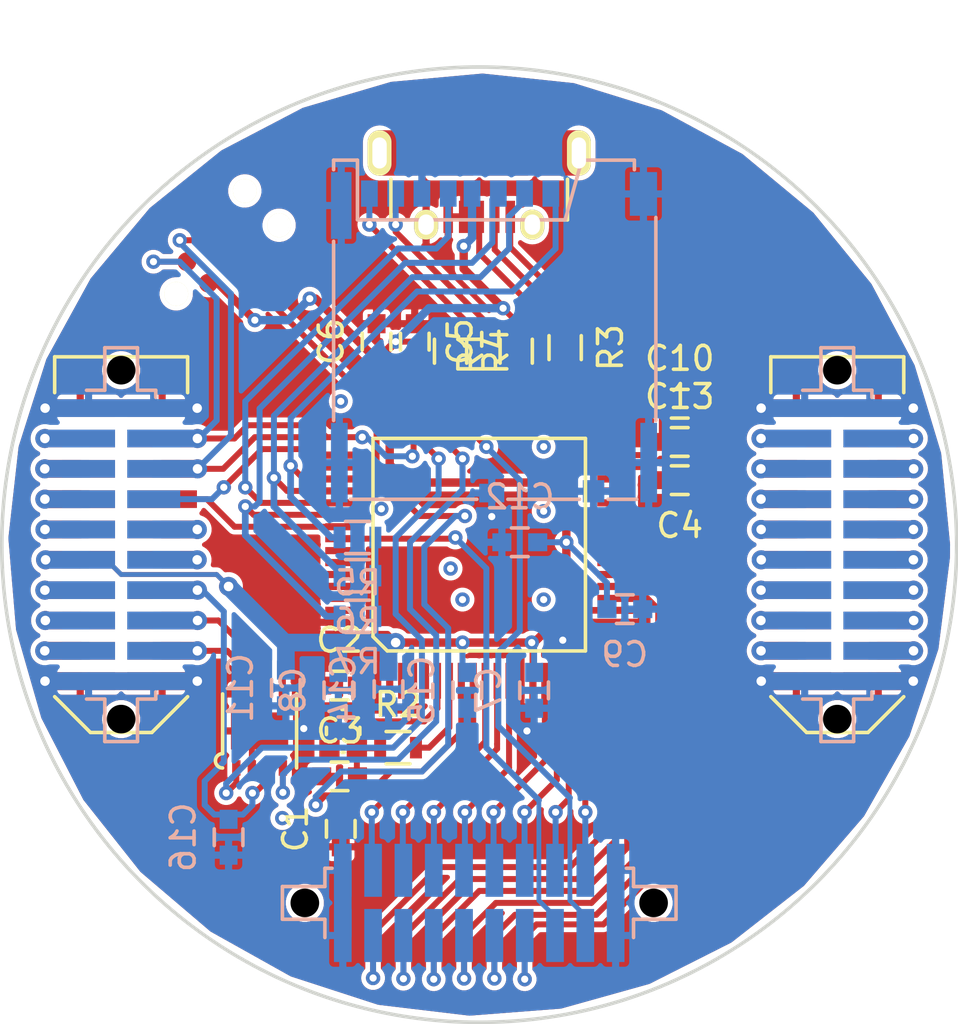
<source format=kicad_pcb>
(kicad_pcb (version 4) (host pcbnew 4.0.2-4+6225~38~ubuntu14.04.1-stable)
  (layers (0 F.Cu signal) (31 B.Cu signal) (34 B.Paste user hide) (35 F.Paste user hide) (36 B.SilkS user hide) (37 F.SilkS user hide) (38 B.Mask user hide) (39 F.Mask user hide) (44 Edge.Cuts user))
  (net 0 "")
  (net 1 GND)
  (net 2 /~RST)
  (net 3 "Net-(C2-Pad2)")
  (net 4 "Net-(C3-Pad2)")
  (net 5 "Net-(C4-Pad2)")
  (net 6 "Net-(C5-Pad2)")
  (net 7 3v3)
  (net 8 /5V_CAN)
  (net 9 "Net-(IC1-Pad2)")
  (net 10 "Net-(IC1-Pad3)")
  (net 11 "Net-(IC1-Pad4)")
  (net 12 "Net-(IC1-Pad6)")
  (net 13 /STRAIN6)
  (net 14 /PRESSURE1)
  (net 15 /PRESSURE2)
  (net 16 /PRESSURE3)
  (net 17 /STRAIN1)
  (net 18 /STRAIN2)
  (net 19 /STRAIN3)
  (net 20 /STRAIN4)
  (net 21 /STRAIN5)
  (net 22 /SPI1_SCK)
  (net 23 /SPI1_MISO)
  (net 24 /SPI1_MOSI)
  (net 25 "Net-(IC1-Pad26)")
  (net 26 "Net-(IC1-Pad27)")
  (net 27 "Net-(IC1-Pad28)")
  (net 28 "Net-(IC1-Pad29)")
  (net 29 "Net-(IC1-Pad30)")
  (net 30 "Net-(IC1-Pad33)")
  (net 31 /OTG_HS_VBUS)
  (net 32 /OTG_HS_DM)
  (net 33 /OTG_HS_DP)
  (net 34 "Net-(IC1-Pad37)")
  (net 35 "Net-(IC1-Pad38)")
  (net 36 /SDIO_D0)
  (net 37 /SDIO_D1)
  (net 38 /SPI1_CS)
  (net 39 "Net-(IC1-Pad42)")
  (net 40 "Net-(IC1-Pad43)")
  (net 41 /CAN_RXD)
  (net 42 /CAN_TXD)
  (net 43 /JTMS)
  (net 44 /JTCK)
  (net 45 /JTDI)
  (net 46 /SDIO_D2)
  (net 47 /SDIO_D3)
  (net 48 /SDIO_CK)
  (net 49 /SDIO_CMD)
  (net 50 /JTDR)
  (net 51 /TEMP_INT)
  (net 52 "Net-(IC1-Pad57)")
  (net 53 "Net-(IC1-Pad58)")
  (net 54 "Net-(IC1-Pad59)")
  (net 55 "Net-(IC1-Pad61)")
  (net 56 "Net-(IC1-Pad62)")
  (net 57 /CAN-)
  (net 58 /CAN+)
  (net 59 /3v3_IMU)
  (net 60 /3v3_RADIO)
  (net 61 /3v3_FC)
  (net 62 /JTDO)
  (net 63 /3v3_PYRO)
  (net 64 /RSVD1)
  (net 65 /3v3_AUX1)
  (net 66 /3v3_AUX2)
  (net 67 /RSVD2)
  (net 68 /PYRO_SO)
  (net 69 /PYRO_SI)
  (net 70 /5v_RADIO)
  (net 71 /PYRO1)
  (net 72 /5v_IMU)
  (net 73 /PYRO2)
  (net 74 /5v_AUX1)
  (net 75 /PYRO3)
  (net 76 /5v_AUX2)
  (net 77 /PYRO4)
  (net 78 /5v_CAM)
  (net 79 /PWR)
  (net 80 /CHARGE)
  (net 81 "Net-(P1-Pad6)")
  (net 82 /PRESSURE4)
  (net 83 /PRESSURE5)
  (net 84 "Net-(J6-Pad1)")
  (module Capacitors_SMD:C_0603 (layer F.Cu) (at 94.15 109.7)
    (fp_text reference C3 (at 0 -1.9) (layer F.SilkS))
    (fp_text value 18p)
    (pad 1 smd rect (at -0.75 0) (size 0.8 0.75) (layers F.Cu F.Paste F.Mask) (net 1 GND))
    (pad 2 smd rect (at 0.75 0) (size 0.8 0.75) (layers F.Cu F.Paste F.Mask) (net 4 "Net-(C3-Pad2)"))
  )
  (module Resistors_SMD:R_0603 (layer F.Cu) (at 103.6 91.75 270)
    (fp_text reference R3 (at 0 -1.9 270) (layer F.SilkS))
    (fp_text value 1K)
    (pad 1 smd rect (at -0.75 0 270) (size 0.5 0.9) (layers F.Cu F.Paste F.Mask) (net 84 "Net-(J6-Pad1)"))
    (pad 2 smd rect (at 0.75 0 270) (size 0.5 0.9) (layers F.Cu F.Paste F.Mask) (net 31 /OTG_HS_VBUS))
  )
  (module agg:DFN-8-EP-MICROCHIP (layer F.Cu) (at 90.8 107.8 90)
    (fp_text reference IC2)
    (fp_text value MCP2562)
    (pad 1 smd rect (at -1.55 -0.975 90) (size 0.65 0.35) (layers F.Cu F.Paste F.Mask) (net 42 /CAN_TXD))
    (pad 2 smd rect (at -1.55 -0.325 90) (size 0.65 0.35) (layers F.Cu F.Paste F.Mask) (net 1 GND))
    (pad 3 smd rect (at -1.55 0.325 90) (size 0.65 0.35) (layers F.Cu F.Paste F.Mask) (net 8 /5V_CAN))
    (pad 4 smd rect (at -1.55 0.975 90) (size 0.65 0.35) (layers F.Cu F.Paste F.Mask) (net 41 /CAN_RXD))
    (pad 5 smd rect (at 1.55 0.975 90) (size 0.65 0.35) (layers F.Cu F.Paste F.Mask) (net 7 3v3))
    (pad 6 smd rect (at 1.55 0.325 90) (size 0.65 0.35) (layers F.Cu F.Paste F.Mask) (net 57 /CAN-))
    (pad 7 smd rect (at 1.55 -0.325 90) (size 0.65 0.35) (layers F.Cu F.Paste F.Mask) (net 58 /CAN+))
    (pad 8 smd rect (at 1.55 -0.975 90) (size 0.65 0.35) (layers F.Cu F.Paste F.Mask) (net 1 GND))
    (pad EP smd rect (at 0 -0.6 90) (size 0.8 0.8) (layers F.Cu F.Mask) (net 1 GND))
    (pad EP smd rect (at 0 0.6 90) (size 0.8 0.8) (layers F.Cu F.Mask) (net 1 GND))
    (pad EP smd rect (at 0 -0.6 90) (size 0.8 0.8) (layers F.Cu F.Paste) (net 1 GND))
    (pad EP smd rect (at 0 0.6 90) (size 0.8 0.8) (layers F.Cu F.Paste) (net 1 GND))
    (pad EP smd rect (at 0 0 90) (size 1.55 2.4) (layers F.Cu) (net 1 GND))
  )
  (module agg:LQFP-64 (layer F.Cu) (at 100 100 90)
    (fp_text reference IC1)
    (fp_text value STM32F405RxTx)
    (pad 1 smd rect (at -5.7 -3.75 90) (size 1.5 0.3) (layers F.Cu F.Paste F.Mask) (net 7 3v3))
    (pad 2 smd rect (at -5.7 -3.25 90) (size 1.5 0.3) (layers F.Cu F.Paste F.Mask) (net 9 "Net-(IC1-Pad2)"))
    (pad 3 smd rect (at -5.7 -2.75 90) (size 1.5 0.3) (layers F.Cu F.Paste F.Mask) (net 10 "Net-(IC1-Pad3)"))
    (pad 4 smd rect (at -5.7 -2.25 90) (size 1.5 0.3) (layers F.Cu F.Paste F.Mask) (net 11 "Net-(IC1-Pad4)"))
    (pad 5 smd rect (at -5.7 -1.75 90) (size 1.5 0.3) (layers F.Cu F.Paste F.Mask) (net 3 "Net-(C2-Pad2)"))
    (pad 6 smd rect (at -5.7 -1.25 90) (size 1.5 0.3) (layers F.Cu F.Paste F.Mask) (net 12 "Net-(IC1-Pad6)"))
    (pad 7 smd rect (at -5.7 -0.75 90) (size 1.5 0.3) (layers F.Cu F.Paste F.Mask) (net 2 /~RST))
    (pad 8 smd rect (at -5.7 -0.25 90) (size 1.5 0.3) (layers F.Cu F.Paste F.Mask) (net 17 /STRAIN1))
    (pad 9 smd rect (at -5.7 0.25 90) (size 1.5 0.3) (layers F.Cu F.Paste F.Mask) (net 18 /STRAIN2))
    (pad 10 smd rect (at -5.7 0.75 90) (size 1.5 0.3) (layers F.Cu F.Paste F.Mask) (net 19 /STRAIN3))
    (pad 11 smd rect (at -5.7 1.25 90) (size 1.5 0.3) (layers F.Cu F.Paste F.Mask) (net 20 /STRAIN4))
    (pad 12 smd rect (at -5.7 1.75 90) (size 1.5 0.3) (layers F.Cu F.Paste F.Mask) (net 1 GND))
    (pad 13 smd rect (at -5.7 2.25 90) (size 1.5 0.3) (layers F.Cu F.Paste F.Mask) (net 7 3v3))
    (pad 14 smd rect (at -5.7 2.75 90) (size 1.5 0.3) (layers F.Cu F.Paste F.Mask) (net 21 /STRAIN5))
    (pad 15 smd rect (at -5.7 3.25 90) (size 1.5 0.3) (layers F.Cu F.Paste F.Mask) (net 13 /STRAIN6))
    (pad 16 smd rect (at -5.7 3.75 90) (size 1.5 0.3) (layers F.Cu F.Paste F.Mask) (net 14 /PRESSURE1))
    (pad 17 smd rect (at -3.75 5.7 90) (size 0.3 1.5) (layers F.Cu F.Paste F.Mask) (net 15 /PRESSURE2))
    (pad 18 smd rect (at -3.25 5.7 90) (size 0.3 1.5) (layers F.Cu F.Paste F.Mask) (net 1 GND))
    (pad 19 smd rect (at -2.75 5.7 90) (size 0.3 1.5) (layers F.Cu F.Paste F.Mask) (net 7 3v3))
    (pad 20 smd rect (at -2.25 5.7 90) (size 0.3 1.5) (layers F.Cu F.Paste F.Mask) (net 16 /PRESSURE3))
    (pad 21 smd rect (at -1.75 5.7 90) (size 0.3 1.5) (layers F.Cu F.Paste F.Mask) (net 22 /SPI1_SCK))
    (pad 22 smd rect (at -1.25 5.7 90) (size 0.3 1.5) (layers F.Cu F.Paste F.Mask) (net 23 /SPI1_MISO))
    (pad 23 smd rect (at -0.75 5.7 90) (size 0.3 1.5) (layers F.Cu F.Paste F.Mask) (net 24 /SPI1_MOSI))
    (pad 24 smd rect (at -0.25 5.7 90) (size 0.3 1.5) (layers F.Cu F.Paste F.Mask) (net 82 /PRESSURE4))
    (pad 25 smd rect (at 0.25 5.7 90) (size 0.3 1.5) (layers F.Cu F.Paste F.Mask) (net 83 /PRESSURE5))
    (pad 26 smd rect (at 0.75 5.7 90) (size 0.3 1.5) (layers F.Cu F.Paste F.Mask) (net 25 "Net-(IC1-Pad26)"))
    (pad 27 smd rect (at 1.25 5.7 90) (size 0.3 1.5) (layers F.Cu F.Paste F.Mask) (net 26 "Net-(IC1-Pad27)"))
    (pad 28 smd rect (at 1.75 5.7 90) (size 0.3 1.5) (layers F.Cu F.Paste F.Mask) (net 27 "Net-(IC1-Pad28)"))
    (pad 29 smd rect (at 2.25 5.7 90) (size 0.3 1.5) (layers F.Cu F.Paste F.Mask) (net 28 "Net-(IC1-Pad29)"))
    (pad 30 smd rect (at 2.75 5.7 90) (size 0.3 1.5) (layers F.Cu F.Paste F.Mask) (net 29 "Net-(IC1-Pad30)"))
    (pad 31 smd rect (at 3.25 5.7 90) (size 0.3 1.5) (layers F.Cu F.Paste F.Mask) (net 5 "Net-(C4-Pad2)"))
    (pad 32 smd rect (at 3.75 5.7 90) (size 0.3 1.5) (layers F.Cu F.Paste F.Mask) (net 7 3v3))
    (pad 33 smd rect (at 5.7 3.75 90) (size 1.5 0.3) (layers F.Cu F.Paste F.Mask) (net 30 "Net-(IC1-Pad33)"))
    (pad 34 smd rect (at 5.7 3.25 90) (size 1.5 0.3) (layers F.Cu F.Paste F.Mask) (net 31 /OTG_HS_VBUS))
    (pad 35 smd rect (at 5.7 2.75 90) (size 1.5 0.3) (layers F.Cu F.Paste F.Mask) (net 32 /OTG_HS_DM))
    (pad 36 smd rect (at 5.7 2.25 90) (size 1.5 0.3) (layers F.Cu F.Paste F.Mask) (net 33 /OTG_HS_DP))
    (pad 37 smd rect (at 5.7 1.75 90) (size 1.5 0.3) (layers F.Cu F.Paste F.Mask) (net 34 "Net-(IC1-Pad37)"))
    (pad 38 smd rect (at 5.7 1.25 90) (size 1.5 0.3) (layers F.Cu F.Paste F.Mask) (net 35 "Net-(IC1-Pad38)"))
    (pad 39 smd rect (at 5.7 0.75 90) (size 1.5 0.3) (layers F.Cu F.Paste F.Mask) (net 36 /SDIO_D0))
    (pad 40 smd rect (at 5.7 0.25 90) (size 1.5 0.3) (layers F.Cu F.Paste F.Mask) (net 37 /SDIO_D1))
    (pad 41 smd rect (at 5.7 -0.25 90) (size 1.5 0.3) (layers F.Cu F.Paste F.Mask) (net 38 /SPI1_CS))
    (pad 42 smd rect (at 5.7 -0.75 90) (size 1.5 0.3) (layers F.Cu F.Paste F.Mask) (net 39 "Net-(IC1-Pad42)"))
    (pad 43 smd rect (at 5.7 -1.25 90) (size 1.5 0.3) (layers F.Cu F.Paste F.Mask) (net 40 "Net-(IC1-Pad43)"))
    (pad 44 smd rect (at 5.7 -1.75 90) (size 1.5 0.3) (layers F.Cu F.Paste F.Mask) (net 41 /CAN_RXD))
    (pad 45 smd rect (at 5.7 -2.25 90) (size 1.5 0.3) (layers F.Cu F.Paste F.Mask) (net 42 /CAN_TXD))
    (pad 46 smd rect (at 5.7 -2.75 90) (size 1.5 0.3) (layers F.Cu F.Paste F.Mask) (net 43 /JTMS))
    (pad 47 smd rect (at 5.7 -3.25 90) (size 1.5 0.3) (layers F.Cu F.Paste F.Mask) (net 6 "Net-(C5-Pad2)"))
    (pad 48 smd rect (at 5.7 -3.75 90) (size 1.5 0.3) (layers F.Cu F.Paste F.Mask) (net 7 3v3))
    (pad 49 smd rect (at 3.75 -5.7 90) (size 0.3 1.5) (layers F.Cu F.Paste F.Mask) (net 44 /JTCK))
    (pad 50 smd rect (at 3.25 -5.7 90) (size 0.3 1.5) (layers F.Cu F.Paste F.Mask) (net 45 /JTDI))
    (pad 51 smd rect (at 2.75 -5.7 90) (size 0.3 1.5) (layers F.Cu F.Paste F.Mask) (net 46 /SDIO_D2))
    (pad 52 smd rect (at 2.25 -5.7 90) (size 0.3 1.5) (layers F.Cu F.Paste F.Mask) (net 47 /SDIO_D3))
    (pad 53 smd rect (at 1.75 -5.7 90) (size 0.3 1.5) (layers F.Cu F.Paste F.Mask) (net 48 /SDIO_CK))
    (pad 54 smd rect (at 1.25 -5.7 90) (size 0.3 1.5) (layers F.Cu F.Paste F.Mask) (net 49 /SDIO_CMD))
    (pad 55 smd rect (at 0.75 -5.7 90) (size 0.3 1.5) (layers F.Cu F.Paste F.Mask) (net 62 /JTDO))
    (pad 56 smd rect (at 0.25 -5.7 90) (size 0.3 1.5) (layers F.Cu F.Paste F.Mask) (net 51 /TEMP_INT))
    (pad 57 smd rect (at -0.25 -5.7 90) (size 0.3 1.5) (layers F.Cu F.Paste F.Mask) (net 52 "Net-(IC1-Pad57)"))
    (pad 58 smd rect (at -0.75 -5.7 90) (size 0.3 1.5) (layers F.Cu F.Paste F.Mask) (net 53 "Net-(IC1-Pad58)"))
    (pad 59 smd rect (at -1.25 -5.7 90) (size 0.3 1.5) (layers F.Cu F.Paste F.Mask) (net 54 "Net-(IC1-Pad59)"))
    (pad 60 smd rect (at -1.75 -5.7 90) (size 0.3 1.5) (layers F.Cu F.Paste F.Mask) (net 1 GND))
    (pad 61 smd rect (at -2.25 -5.7 90) (size 0.3 1.5) (layers F.Cu F.Paste F.Mask) (net 55 "Net-(IC1-Pad61)"))
    (pad 62 smd rect (at -2.75 -5.7 90) (size 0.3 1.5) (layers F.Cu F.Paste F.Mask) (net 56 "Net-(IC1-Pad62)"))
    (pad 63 smd rect (at -3.25 -5.7 90) (size 0.3 1.5) (layers F.Cu F.Paste F.Mask) (net 1 GND))
    (pad 64 smd rect (at -3.75 -5.7 90) (size 0.3 1.5) (layers F.Cu F.Paste F.Mask) (net 7 3v3))
  )
  (module agg:TFML-110-02-L-D (layer F.Cu) (at 85 100 270)
    (fp_text reference J1)
    (fp_text value "WEST TOP")
    (pad 1 smd rect (at -5.715 1.715 270) (size 0.74 2.92) (layers F.Cu F.Paste F.Mask) (net 1 GND))
    (pad 2 smd rect (at -5.715 -1.715 270) (size 0.74 2.92) (layers F.Cu F.Paste F.Mask) (net 1 GND))
    (pad 3 smd rect (at -4.445 1.715 270) (size 0.74 2.92) (layers F.Cu F.Paste F.Mask) (net 59 /3v3_IMU))
    (pad 4 smd rect (at -4.445 -1.715 270) (size 0.74 2.92) (layers F.Cu F.Paste F.Mask) (net 43 /JTMS))
    (pad 5 smd rect (at -3.175 1.715 270) (size 0.74 2.92) (layers F.Cu F.Paste F.Mask) (net 60 /3v3_RADIO))
    (pad 6 smd rect (at -3.175 -1.715 270) (size 0.74 2.92) (layers F.Cu F.Paste F.Mask) (net 44 /JTCK))
    (pad 7 smd rect (at -1.905 1.715 270) (size 0.74 2.92) (layers F.Cu F.Paste F.Mask) (net 61 /3v3_FC))
    (pad 8 smd rect (at -1.905 -1.715 270) (size 0.74 2.92) (layers F.Cu F.Paste F.Mask) (net 62 /JTDO))
    (pad 9 smd rect (at -0.635 1.715 270) (size 0.74 2.92) (layers F.Cu F.Paste F.Mask) (net 63 /3v3_PYRO))
    (pad 10 smd rect (at -0.635 -1.715 270) (size 0.74 2.92) (layers F.Cu F.Paste F.Mask) (net 50 /JTDR))
    (pad 11 smd rect (at 0.635 1.715 270) (size 0.74 2.92) (layers F.Cu F.Paste F.Mask) (net 7 3v3))
    (pad 12 smd rect (at 0.635 -1.715 270) (size 0.74 2.92) (layers F.Cu F.Paste F.Mask) (net 64 /RSVD1))
    (pad 13 smd rect (at 1.905 1.715 270) (size 0.74 2.92) (layers F.Cu F.Paste F.Mask) (net 65 /3v3_AUX1))
    (pad 14 smd rect (at 1.905 -1.715 270) (size 0.74 2.92) (layers F.Cu F.Paste F.Mask) (net 8 /5V_CAN))
    (pad 15 smd rect (at 3.175 1.715 270) (size 0.74 2.92) (layers F.Cu F.Paste F.Mask) (net 66 /3v3_AUX2))
    (pad 16 smd rect (at 3.175 -1.715 270) (size 0.74 2.92) (layers F.Cu F.Paste F.Mask) (net 57 /CAN-))
    (pad 17 smd rect (at 4.445 1.715 270) (size 0.74 2.92) (layers F.Cu F.Paste F.Mask) (net 67 /RSVD2))
    (pad 18 smd rect (at 4.445 -1.715 270) (size 0.74 2.92) (layers F.Cu F.Paste F.Mask) (net 58 /CAN+))
    (pad 19 smd rect (at 5.715 1.715 270) (size 0.74 2.92) (layers F.Cu F.Paste F.Mask) (net 1 GND))
    (pad 20 smd rect (at 5.715 -1.715 270) (size 0.74 2.92) (layers F.Cu F.Paste F.Mask) (net 1 GND))
  )
  (module Capacitors_SMD:C_0603 (layer F.Cu) (at 94.2 111.9 90)
    (fp_text reference C1 (at 0 -1.9 90) (layer F.SilkS))
    (fp_text value 100n)
    (pad 1 smd rect (at -0.75 0 90) (size 0.8 0.75) (layers F.Cu F.Paste F.Mask) (net 1 GND))
    (pad 2 smd rect (at 0.75 0 90) (size 0.8 0.75) (layers F.Cu F.Paste F.Mask) (net 2 /~RST))
  )
  (module Capacitors_SMD:C_0603 (layer F.Cu) (at 94.15 105.9)
    (fp_text reference C2 (at 0 -1.9) (layer F.SilkS))
    (fp_text value 18p)
    (pad 1 smd rect (at -0.75 0) (size 0.8 0.75) (layers F.Cu F.Paste F.Mask) (net 1 GND))
    (pad 2 smd rect (at 0.75 0) (size 0.8 0.75) (layers F.Cu F.Paste F.Mask) (net 3 "Net-(C2-Pad2)"))
  )
  (module Capacitors_SMD:C_0603 (layer F.Cu) (at 108.4 97.3 180)
    (fp_text reference C4 (at 0 -1.9 180) (layer F.SilkS))
    (fp_text value 2u2)
    (pad 1 smd rect (at -0.75 0 180) (size 0.8 0.75) (layers F.Cu F.Paste F.Mask) (net 1 GND))
    (pad 2 smd rect (at 0.75 0 180) (size 0.8 0.75) (layers F.Cu F.Paste F.Mask) (net 5 "Net-(C4-Pad2)"))
  )
  (module Capacitors_SMD:C_0603 (layer F.Cu) (at 97.3 91.5 270)
    (fp_text reference C5 (at 0 -1.9 270) (layer F.SilkS))
    (fp_text value 2u2)
    (pad 1 smd rect (at -0.75 0 270) (size 0.8 0.75) (layers F.Cu F.Paste F.Mask) (net 1 GND))
    (pad 2 smd rect (at 0.75 0 270) (size 0.8 0.75) (layers F.Cu F.Paste F.Mask) (net 6 "Net-(C5-Pad2)"))
  )
  (module Capacitors_SMD:C_0603 (layer F.Cu) (at 95.7 91.5 90)
    (fp_text reference C6 (at 0 -1.9 90) (layer F.SilkS))
    (fp_text value 10n)
    (pad 1 smd rect (at -0.75 0 90) (size 0.8 0.75) (layers F.Cu F.Paste F.Mask) (net 7 3v3))
    (pad 2 smd rect (at 0.75 0 90) (size 0.8 0.75) (layers F.Cu F.Paste F.Mask) (net 1 GND))
  )
  (module Capacitors_SMD:C_0603 (layer B.Cu) (at 102.3 106.1 270)
    (fp_text reference C7 (at 0 1.9 270) (layer B.SilkS) (effects (justify mirror)))
    (fp_text value 100n)
    (pad 1 smd rect (at -0.75 0 270) (size 0.8 0.75) (layers B.Cu B.Paste B.Mask) (net 7 3v3))
    (pad 2 smd rect (at 0.75 0 270) (size 0.8 0.75) (layers B.Cu B.Paste B.Mask) (net 1 GND))
  )
  (module Capacitors_SMD:C_0603 (layer B.Cu) (at 94.1 106.1 270)
    (fp_text reference C8 (at 0 1.9 270) (layer B.SilkS) (effects (justify mirror)))
    (fp_text value 100n)
    (pad 1 smd rect (at -0.75 0 270) (size 0.8 0.75) (layers B.Cu B.Paste B.Mask) (net 7 3v3))
    (pad 2 smd rect (at 0.75 0 270) (size 0.8 0.75) (layers B.Cu B.Paste B.Mask) (net 1 GND))
  )
  (module Capacitors_SMD:C_0603 (layer B.Cu) (at 106.1 102.7)
    (fp_text reference C9 (at 0 1.9) (layer B.SilkS) (effects (justify mirror)))
    (fp_text value 100n)
    (pad 1 smd rect (at -0.75 0) (size 0.8 0.75) (layers B.Cu B.Paste B.Mask) (net 7 3v3))
    (pad 2 smd rect (at 0.75 0) (size 0.8 0.75) (layers B.Cu B.Paste B.Mask) (net 1 GND))
  )
  (module Capacitors_SMD:C_0603 (layer F.Cu) (at 108.4 94.1)
    (fp_text reference C10 (at 0 -1.9) (layer F.SilkS))
    (fp_text value 1u)
    (pad 1 smd rect (at -0.75 0) (size 0.8 0.75) (layers F.Cu F.Paste F.Mask) (net 7 3v3))
    (pad 2 smd rect (at 0.75 0) (size 0.8 0.75) (layers F.Cu F.Paste F.Mask) (net 1 GND))
  )
  (module Capacitors_SMD:C_0603 (layer B.Cu) (at 91.9 106 270)
    (fp_text reference C11 (at 0 1.9 270) (layer B.SilkS) (effects (justify mirror)))
    (fp_text value 100n)
    (pad 1 smd rect (at -0.75 0 270) (size 0.8 0.75) (layers B.Cu B.Paste B.Mask) (net 7 3v3))
    (pad 2 smd rect (at 0.75 0 270) (size 0.8 0.75) (layers B.Cu B.Paste B.Mask) (net 1 GND))
  )
  (module Capacitors_SMD:C_0603 (layer B.Cu) (at 101.7 99.9 180)
    (fp_text reference C12 (at 0 1.9 180) (layer B.SilkS) (effects (justify mirror)))
    (fp_text value 100n)
    (pad 1 smd rect (at -0.75 0 180) (size 0.8 0.75) (layers B.Cu B.Paste B.Mask) (net 7 3v3))
    (pad 2 smd rect (at 0.75 0 180) (size 0.8 0.75) (layers B.Cu B.Paste B.Mask) (net 1 GND))
  )
  (module Capacitors_SMD:C_0603 (layer F.Cu) (at 108.4 95.7)
    (fp_text reference C13 (at 0 -1.9) (layer F.SilkS))
    (fp_text value 100n)
    (pad 1 smd rect (at -0.75 0) (size 0.8 0.75) (layers F.Cu F.Paste F.Mask) (net 7 3v3))
    (pad 2 smd rect (at 0.75 0) (size 0.8 0.75) (layers F.Cu F.Paste F.Mask) (net 1 GND))
  )
  (module Capacitors_SMD:C_0603 (layer B.Cu) (at 96.2 106.05 270)
    (fp_text reference C14 (at 0 1.9 270) (layer B.SilkS) (effects (justify mirror)))
    (fp_text value 100n)
    (pad 1 smd rect (at -0.75 0 270) (size 0.8 0.75) (layers B.Cu B.Paste B.Mask) (net 7 3v3))
    (pad 2 smd rect (at 0.75 0 270) (size 0.8 0.75) (layers B.Cu B.Paste B.Mask) (net 1 GND))
  )
  (module Capacitors_SMD:C_0603 (layer B.Cu) (at 99.5 106.1 270)
    (fp_text reference C15 (at 0 1.9 270) (layer B.SilkS) (effects (justify mirror)))
    (fp_text value 1u)
    (pad 1 smd rect (at -0.75 0 270) (size 0.8 0.75) (layers B.Cu B.Paste B.Mask) (net 7 3v3))
    (pad 2 smd rect (at 0.75 0 270) (size 0.8 0.75) (layers B.Cu B.Paste B.Mask) (net 1 GND))
  )
  (module Capacitors_SMD:C_0603 (layer B.Cu) (at 89.5 112.25 270)
    (fp_text reference C16 (at 0 1.9 270) (layer B.SilkS) (effects (justify mirror)))
    (fp_text value 100n)
    (pad 1 smd rect (at -0.75 0 270) (size 0.8 0.75) (layers B.Cu B.Paste B.Mask) (net 8 /5V_CAN))
    (pad 2 smd rect (at 0.75 0 270) (size 0.8 0.75) (layers B.Cu B.Paste B.Mask) (net 1 GND))
  )
  (module agg:TFML-110-02-L-D (layer F.Cu) (at 115 100 270)
    (fp_text reference J2)
    (fp_text value "EAST TOP")
    (pad 1 smd rect (at -5.715 1.715 270) (size 0.74 2.92) (layers F.Cu F.Paste F.Mask) (net 1 GND))
    (pad 2 smd rect (at -5.715 -1.715 270) (size 0.74 2.92) (layers F.Cu F.Paste F.Mask) (net 1 GND))
    (pad 3 smd rect (at -4.445 1.715 270) (size 0.74 2.92) (layers F.Cu F.Paste F.Mask) (net 68 /PYRO_SO))
    (pad 4 smd rect (at -4.445 -1.715 270) (size 0.74 2.92) (layers F.Cu F.Paste F.Mask) (net 68 /PYRO_SO))
    (pad 5 smd rect (at -3.175 1.715 270) (size 0.74 2.92) (layers F.Cu F.Paste F.Mask) (net 69 /PYRO_SI))
    (pad 6 smd rect (at -3.175 -1.715 270) (size 0.74 2.92) (layers F.Cu F.Paste F.Mask) (net 69 /PYRO_SI))
    (pad 7 smd rect (at -1.905 1.715 270) (size 0.74 2.92) (layers F.Cu F.Paste F.Mask) (net 70 /5v_RADIO))
    (pad 8 smd rect (at -1.905 -1.715 270) (size 0.74 2.92) (layers F.Cu F.Paste F.Mask) (net 71 /PYRO1))
    (pad 9 smd rect (at -0.635 1.715 270) (size 0.74 2.92) (layers F.Cu F.Paste F.Mask) (net 72 /5v_IMU))
    (pad 10 smd rect (at -0.635 -1.715 270) (size 0.74 2.92) (layers F.Cu F.Paste F.Mask) (net 73 /PYRO2))
    (pad 11 smd rect (at 0.635 1.715 270) (size 0.74 2.92) (layers F.Cu F.Paste F.Mask) (net 74 /5v_AUX1))
    (pad 12 smd rect (at 0.635 -1.715 270) (size 0.74 2.92) (layers F.Cu F.Paste F.Mask) (net 75 /PYRO3))
    (pad 13 smd rect (at 1.905 1.715 270) (size 0.74 2.92) (layers F.Cu F.Paste F.Mask) (net 76 /5v_AUX2))
    (pad 14 smd rect (at 1.905 -1.715 270) (size 0.74 2.92) (layers F.Cu F.Paste F.Mask) (net 77 /PYRO4))
    (pad 15 smd rect (at 3.175 1.715 270) (size 0.74 2.92) (layers F.Cu F.Paste F.Mask) (net 78 /5v_CAM))
    (pad 16 smd rect (at 3.175 -1.715 270) (size 0.74 2.92) (layers F.Cu F.Paste F.Mask) (net 79 /PWR))
    (pad 17 smd rect (at 4.445 1.715 270) (size 0.74 2.92) (layers F.Cu F.Paste F.Mask) (net 80 /CHARGE))
    (pad 18 smd rect (at 4.445 -1.715 270) (size 0.74 2.92) (layers F.Cu F.Paste F.Mask) (net 80 /CHARGE))
    (pad 19 smd rect (at 5.715 1.715 270) (size 0.74 2.92) (layers F.Cu F.Paste F.Mask) (net 1 GND))
    (pad 20 smd rect (at 5.715 -1.715 270) (size 0.74 2.92) (layers F.Cu F.Paste F.Mask) (net 1 GND))
  )
  (module agg:SFML-110-02-L-D-LC (layer B.Cu) (at 85 100 270)
    (fp_text reference J3)
    (fp_text value "WEST BOT")
    (pad 1 smd rect (at -5.715 1.365 270) (size 0.74 2.22) (layers B.Cu B.Paste B.Mask) (net 1 GND))
    (pad 2 smd rect (at -5.715 -1.365 270) (size 0.74 2.22) (layers B.Cu B.Paste B.Mask) (net 1 GND))
    (pad 3 smd rect (at -4.445 1.365 270) (size 0.74 2.22) (layers B.Cu B.Paste B.Mask) (net 59 /3v3_IMU))
    (pad 4 smd rect (at -4.445 -1.365 270) (size 0.74 2.22) (layers B.Cu B.Paste B.Mask) (net 43 /JTMS))
    (pad 5 smd rect (at -3.175 1.365 270) (size 0.74 2.22) (layers B.Cu B.Paste B.Mask) (net 60 /3v3_RADIO))
    (pad 6 smd rect (at -3.175 -1.365 270) (size 0.74 2.22) (layers B.Cu B.Paste B.Mask) (net 44 /JTCK))
    (pad 7 smd rect (at -1.905 1.365 270) (size 0.74 2.22) (layers B.Cu B.Paste B.Mask) (net 61 /3v3_FC))
    (pad 8 smd rect (at -1.905 -1.365 270) (size 0.74 2.22) (layers B.Cu B.Paste B.Mask) (net 45 /JTDI))
    (pad 9 smd rect (at -0.635 1.365 270) (size 0.74 2.22) (layers B.Cu B.Paste B.Mask) (net 63 /3v3_PYRO))
    (pad 10 smd rect (at -0.635 -1.365 270) (size 0.74 2.22) (layers B.Cu B.Paste B.Mask) (net 50 /JTDR))
    (pad 11 smd rect (at 0.635 1.365 270) (size 0.74 2.22) (layers B.Cu B.Paste B.Mask) (net 7 3v3))
    (pad 12 smd rect (at 0.635 -1.365 270) (size 0.74 2.22) (layers B.Cu B.Paste B.Mask) (net 64 /RSVD1))
    (pad 13 smd rect (at 1.905 1.365 270) (size 0.74 2.22) (layers B.Cu B.Paste B.Mask) (net 65 /3v3_AUX1))
    (pad 14 smd rect (at 1.905 -1.365 270) (size 0.74 2.22) (layers B.Cu B.Paste B.Mask) (net 8 /5V_CAN))
    (pad 15 smd rect (at 3.175 1.365 270) (size 0.74 2.22) (layers B.Cu B.Paste B.Mask) (net 66 /3v3_AUX2))
    (pad 16 smd rect (at 3.175 -1.365 270) (size 0.74 2.22) (layers B.Cu B.Paste B.Mask) (net 57 /CAN-))
    (pad 17 smd rect (at 4.445 1.365 270) (size 0.74 2.22) (layers B.Cu B.Paste B.Mask) (net 67 /RSVD2))
    (pad 18 smd rect (at 4.445 -1.365 270) (size 0.74 2.22) (layers B.Cu B.Paste B.Mask) (net 58 /CAN+))
    (pad 19 smd rect (at 5.715 1.365 270) (size 0.74 2.22) (layers B.Cu B.Paste B.Mask) (net 1 GND))
    (pad 20 smd rect (at 5.715 -1.365 270) (size 0.74 2.22) (layers B.Cu B.Paste B.Mask) (net 1 GND))
    (pad "" np_thru_hole circle (at 7.305 0 270) (size 1.2 1.2) (drill 1.2) (layers *.Mask))
    (pad "" np_thru_hole circle (at -7.305 0 270) (size 1.2 1.2) (drill 1.2) (layers *.Mask))
  )
  (module agg:SFML-110-02-L-D-LC (layer B.Cu) (at 115 100 270)
    (fp_text reference J4)
    (fp_text value "EAST BOT")
    (pad 1 smd rect (at -5.715 1.365 270) (size 0.74 2.22) (layers B.Cu B.Paste B.Mask) (net 1 GND))
    (pad 2 smd rect (at -5.715 -1.365 270) (size 0.74 2.22) (layers B.Cu B.Paste B.Mask) (net 1 GND))
    (pad 3 smd rect (at -4.445 1.365 270) (size 0.74 2.22) (layers B.Cu B.Paste B.Mask) (net 68 /PYRO_SO))
    (pad 4 smd rect (at -4.445 -1.365 270) (size 0.74 2.22) (layers B.Cu B.Paste B.Mask) (net 68 /PYRO_SO))
    (pad 5 smd rect (at -3.175 1.365 270) (size 0.74 2.22) (layers B.Cu B.Paste B.Mask) (net 69 /PYRO_SI))
    (pad 6 smd rect (at -3.175 -1.365 270) (size 0.74 2.22) (layers B.Cu B.Paste B.Mask) (net 69 /PYRO_SI))
    (pad 7 smd rect (at -1.905 1.365 270) (size 0.74 2.22) (layers B.Cu B.Paste B.Mask) (net 70 /5v_RADIO))
    (pad 8 smd rect (at -1.905 -1.365 270) (size 0.74 2.22) (layers B.Cu B.Paste B.Mask) (net 71 /PYRO1))
    (pad 9 smd rect (at -0.635 1.365 270) (size 0.74 2.22) (layers B.Cu B.Paste B.Mask) (net 72 /5v_IMU))
    (pad 10 smd rect (at -0.635 -1.365 270) (size 0.74 2.22) (layers B.Cu B.Paste B.Mask) (net 73 /PYRO2))
    (pad 11 smd rect (at 0.635 1.365 270) (size 0.74 2.22) (layers B.Cu B.Paste B.Mask) (net 74 /5v_AUX1))
    (pad 12 smd rect (at 0.635 -1.365 270) (size 0.74 2.22) (layers B.Cu B.Paste B.Mask) (net 75 /PYRO3))
    (pad 13 smd rect (at 1.905 1.365 270) (size 0.74 2.22) (layers B.Cu B.Paste B.Mask) (net 76 /5v_AUX2))
    (pad 14 smd rect (at 1.905 -1.365 270) (size 0.74 2.22) (layers B.Cu B.Paste B.Mask) (net 77 /PYRO4))
    (pad 15 smd rect (at 3.175 1.365 270) (size 0.74 2.22) (layers B.Cu B.Paste B.Mask) (net 78 /5v_CAM))
    (pad 16 smd rect (at 3.175 -1.365 270) (size 0.74 2.22) (layers B.Cu B.Paste B.Mask) (net 79 /PWR))
    (pad 17 smd rect (at 4.445 1.365 270) (size 0.74 2.22) (layers B.Cu B.Paste B.Mask) (net 80 /CHARGE))
    (pad 18 smd rect (at 4.445 -1.365 270) (size 0.74 2.22) (layers B.Cu B.Paste B.Mask) (net 80 /CHARGE))
    (pad 19 smd rect (at 5.715 1.365 270) (size 0.74 2.22) (layers B.Cu B.Paste B.Mask) (net 1 GND))
    (pad 20 smd rect (at 5.715 -1.365 270) (size 0.74 2.22) (layers B.Cu B.Paste B.Mask) (net 1 GND))
    (pad "" np_thru_hole circle (at 7.305 0 270) (size 1.2 1.2) (drill 1.2) (layers *.Mask))
    (pad "" np_thru_hole circle (at -7.305 0 270) (size 1.2 1.2) (drill 1.2) (layers *.Mask))
  )
  (module agg:SFML-110-02-L-D-LC (layer B.Cu) (at 100 115)
    (fp_text reference J7)
    (fp_text value "NORTH BOT")
    (pad 1 smd rect (at -5.715 1.365) (size 0.74 2.22) (layers B.Cu B.Paste B.Mask) (net 1 GND))
    (pad 2 smd rect (at -5.715 -1.365) (size 0.74 2.22) (layers B.Cu B.Paste B.Mask) (net 1 GND))
    (pad 3 smd rect (at -4.445 1.365) (size 0.74 2.22) (layers B.Cu B.Paste B.Mask) (net 16 /PRESSURE3))
    (pad 4 smd rect (at -4.445 -1.365) (size 0.74 2.22) (layers B.Cu B.Paste B.Mask) (net 17 /STRAIN1))
    (pad 5 smd rect (at -3.175 1.365) (size 0.74 2.22) (layers B.Cu B.Paste B.Mask) (net 22 /SPI1_SCK))
    (pad 6 smd rect (at -3.175 -1.365) (size 0.74 2.22) (layers B.Cu B.Paste B.Mask) (net 18 /STRAIN2))
    (pad 7 smd rect (at -1.905 1.365) (size 0.74 2.22) (layers B.Cu B.Paste B.Mask) (net 23 /SPI1_MISO))
    (pad 8 smd rect (at -1.905 -1.365) (size 0.74 2.22) (layers B.Cu B.Paste B.Mask) (net 19 /STRAIN3))
    (pad 9 smd rect (at -0.635 1.365) (size 0.74 2.22) (layers B.Cu B.Paste B.Mask) (net 24 /SPI1_MOSI))
    (pad 10 smd rect (at -0.635 -1.365) (size 0.74 2.22) (layers B.Cu B.Paste B.Mask) (net 20 /STRAIN4))
    (pad 11 smd rect (at 0.635 1.365) (size 0.74 2.22) (layers B.Cu B.Paste B.Mask) (net 82 /PRESSURE4))
    (pad 12 smd rect (at 0.635 -1.365) (size 0.74 2.22) (layers B.Cu B.Paste B.Mask) (net 21 /STRAIN5))
    (pad 13 smd rect (at 1.905 1.365) (size 0.74 2.22) (layers B.Cu B.Paste B.Mask) (net 83 /PRESSURE5))
    (pad 14 smd rect (at 1.905 -1.365) (size 0.74 2.22) (layers B.Cu B.Paste B.Mask) (net 13 /STRAIN6))
    (pad 15 smd rect (at 3.175 1.365) (size 0.74 2.22) (layers B.Cu B.Paste B.Mask) (net 51 /TEMP_INT))
    (pad 16 smd rect (at 3.175 -1.365) (size 0.74 2.22) (layers B.Cu B.Paste B.Mask) (net 14 /PRESSURE1))
    (pad 17 smd rect (at 4.445 1.365) (size 0.74 2.22) (layers B.Cu B.Paste B.Mask) (net 38 /SPI1_CS))
    (pad 18 smd rect (at 4.445 -1.365) (size 0.74 2.22) (layers B.Cu B.Paste B.Mask) (net 15 /PRESSURE2))
    (pad 19 smd rect (at 5.715 1.365) (size 0.74 2.22) (layers B.Cu B.Paste B.Mask) (net 1 GND))
    (pad 20 smd rect (at 5.715 -1.365) (size 0.74 2.22) (layers B.Cu B.Paste B.Mask) (net 1 GND))
    (pad "" np_thru_hole circle (at 7.305 0) (size 1.2 1.2) (drill 1.2) (layers *.Mask))
    (pad "" np_thru_hole circle (at -7.305 0) (size 1.2 1.2) (drill 1.2) (layers *.Mask))
  )
  (module agg:TC2030-NL (layer F.Cu) (at 89.1 87.7 45)
    (fp_text reference P1)
    (fp_text value SWD_TC)
    (pad 1 smd circle (at -1.27 0.64 45) (size 0.787 0.787) (layers F.Cu F.Mask) (net 7 3v3))
    (pad 2 smd circle (at -1.27 -0.63 45) (size 0.787 0.787) (layers F.Cu F.Mask) (net 43 /JTMS))
    (pad 3 smd circle (at 0 0.64 45) (size 0.787 0.787) (layers F.Cu F.Mask) (net 2 /~RST))
    (pad 4 smd circle (at 0 -0.63 45) (size 0.787 0.787) (layers F.Cu F.Mask) (net 44 /JTCK))
    (pad 5 smd circle (at 1.27 0.64 45) (size 0.787 0.787) (layers F.Cu F.Mask) (net 1 GND))
    (pad 6 smd circle (at 1.27 -0.63 45) (size 0.787 0.787) (layers F.Cu F.Mask) (net 81 "Net-(P1-Pad6)"))
    (pad "" np_thru_hole circle (at -2.54 0.005 45) (size 1 1) (drill 1) (layers *.Cu *.Mask F.SilkS))
    (pad "" np_thru_hole circle (at 2.54 1.021 45) (size 1 1) (drill 1) (layers *.Cu *.Mask F.SilkS))
    (pad "" np_thru_hole circle (at 2.54 -1.011 45) (size 1 1) (drill 1) (layers *.Cu *.Mask F.SilkS))
  )
  (module Resistors_SMD:R_0603 (layer F.Cu) (at 101.55 91.9 90)
    (fp_text reference R1 (at 0 -1.9 90) (layer F.SilkS))
    (fp_text value 47K)
    (pad 1 smd rect (at -0.75 0 90) (size 0.5 0.9) (layers F.Cu F.Paste F.Mask) (net 36 /SDIO_D0))
    (pad 2 smd rect (at 0.75 0 90) (size 0.5 0.9) (layers F.Cu F.Paste F.Mask) (net 7 3v3))
  )
  (module Resistors_SMD:R_0603 (layer F.Cu) (at 96.6 108.5)
    (fp_text reference R2 (at 0 -1.8) (layer F.SilkS))
    (fp_text value 100R)
    (pad 1 smd rect (at -0.75 0) (size 0.5 0.9) (layers F.Cu F.Paste F.Mask) (net 4 "Net-(C3-Pad2)"))
    (pad 2 smd rect (at 0.75 0) (size 0.5 0.9) (layers F.Cu F.Paste F.Mask) (net 12 "Net-(IC1-Pad6)"))
  )
  (module agg:MICROSD_MOLEX_503398-1892 (layer B.Cu) (at 100.6 88 180)
    (fp_text reference U1)
    (fp_text value MICROSD)
    (pad 1 smd rect (at -2.4 2.7 180) (size 0.7 1.1) (layers B.Cu B.Paste B.Mask) (net 46 /SDIO_D2))
    (pad 2 smd rect (at -1.3 2.7 180) (size 0.7 1.1) (layers B.Cu B.Paste B.Mask) (net 47 /SDIO_D3))
    (pad 3 smd rect (at -0.2 2.7 180) (size 0.7 1.1) (layers B.Cu B.Paste B.Mask) (net 49 /SDIO_CMD))
    (pad 4 smd rect (at 0.9 2.7 180) (size 0.7 1.1) (layers B.Cu B.Paste B.Mask) (net 7 3v3))
    (pad 5 smd rect (at 1.9 2.7 180) (size 0.7 1.1) (layers B.Cu B.Paste B.Mask) (net 48 /SDIO_CK))
    (pad 6 smd rect (at 3 2.7 180) (size 0.7 1.1) (layers B.Cu B.Paste B.Mask) (net 1 GND))
    (pad 7 smd rect (at 4.1 2.7 180) (size 0.7 1.1) (layers B.Cu B.Paste B.Mask) (net 36 /SDIO_D0))
    (pad 8 smd rect (at 5.2 2.7 180) (size 0.7 1.1) (layers B.Cu B.Paste B.Mask) (net 37 /SDIO_D1))
    (pad 9 smd rect (at -6.28 2.685 180) (size 1.14 1.83) (layers B.Cu B.Paste B.Mask) (net 1 GND))
    (pad 9 smd rect (at 6.38 2.2 180) (size 0.86 2.8) (layers B.Cu B.Paste B.Mask) (net 1 GND))
    (pad 9 smd rect (at 6.46 -8.565 180) (size 0.7 3.33) (layers B.Cu B.Paste B.Mask) (net 1 GND))
    (pad 9 smd rect (at -6.5 -8.565 180) (size 0.7 3.33) (layers B.Cu B.Paste B.Mask) (net 1 GND))
    (pad 10 smd rect (at -4.19 -9.765 180) (size 0.9 0.93) (layers B.Cu B.Paste B.Mask) (net 1 GND))
    (pad 11 smd rect (at 0.075 -9.84 180) (size 1.05 0.78) (layers B.Cu B.Paste B.Mask) (net 1 GND))
  )
  (module agg:XTAL-20x16 (layer F.Cu) (at 94.3 107.8 180)
    (fp_text reference Y1)
    (fp_text value 8MHz)
    (pad 1 smd rect (at -0.575 -0.725 90) (size 0.95 0.85) (layers F.Cu F.Paste F.Mask) (net 4 "Net-(C3-Pad2)"))
    (pad 2 smd rect (at -0.575 0.725 90) (size 0.95 0.85) (layers F.Cu F.Paste F.Mask) (net 3 "Net-(C2-Pad2)"))
    (pad 3 smd rect (at 0.575 0.725 90) (size 0.95 0.85) (layers F.Cu F.Paste F.Mask))
    (pad 4 smd rect (at 0.575 -0.725 90) (size 0.95 0.85) (layers F.Cu F.Paste F.Mask))
  )
  (module Resistors_SMD:R_0603 (layer F.Cu) (at 98.8 91.9 270)
    (fp_text reference R4 (at 0 -1.9 270) (layer F.SilkS))
    (fp_text value 47K)
    (pad 1 smd rect (at -0.75 0 270) (size 0.5 0.9) (layers F.Cu F.Paste F.Mask) (net 37 /SDIO_D1))
    (pad 2 smd rect (at 0.75 0 270) (size 0.5 0.9) (layers F.Cu F.Paste F.Mask) (net 7 3v3))
  )
  (module Resistors_SMD:R_0603 (layer B.Cu) (at 94.9 99.7)
    (fp_text reference R5 (at 0 1.9) (layer B.SilkS) (effects (justify mirror)))
    (fp_text value 47K)
    (pad 1 smd rect (at -0.75 0) (size 0.5 0.9) (layers B.Cu B.Paste B.Mask) (net 46 /SDIO_D2))
    (pad 2 smd rect (at 0.75 0) (size 0.5 0.9) (layers B.Cu B.Paste B.Mask) (net 7 3v3))
  )
  (module Resistors_SMD:R_0603 (layer B.Cu) (at 94.9 101.3)
    (fp_text reference R6 (at 0 1.9) (layer B.SilkS) (effects (justify mirror)))
    (fp_text value 47K)
    (pad 1 smd rect (at -0.75 0) (size 0.5 0.9) (layers B.Cu B.Paste B.Mask) (net 47 /SDIO_D3))
    (pad 2 smd rect (at 0.75 0) (size 0.5 0.9) (layers B.Cu B.Paste B.Mask) (net 7 3v3))
  )
  (module Resistors_SMD:R_0603 (layer B.Cu) (at 94.9 103)
    (fp_text reference R7 (at 0 1.9) (layer B.SilkS) (effects (justify mirror)))
    (fp_text value 47K)
    (pad 1 smd rect (at -0.75 0) (size 0.5 0.9) (layers B.Cu B.Paste B.Mask) (net 49 /SDIO_CMD))
    (pad 2 smd rect (at 0.75 0) (size 0.5 0.9) (layers B.Cu B.Paste B.Mask) (net 7 3v3))
  )
  (module agg:MICROUSB_MOLEX_47589-0001 (layer F.Cu) (at 100 83.6 180)
    (fp_text reference J6)
    (fp_text value MICROUSB)
    (pad 3 smd rect (at 0 -2.675 180) (size 0.4 1.35) (layers F.Cu F.Paste F.Mask) (net 33 /OTG_HS_DP))
    (pad 4 smd rect (at 0.65 -2.675 180) (size 0.4 1.35) (layers F.Cu F.Paste F.Mask) (net 1 GND))
    (pad 2 smd rect (at -0.65 -2.675 180) (size 0.4 1.35) (layers F.Cu F.Paste F.Mask) (net 32 /OTG_HS_DM))
    (pad 1 smd rect (at -1.3 -2.675 180) (size 0.4 1.35) (layers F.Cu F.Paste F.Mask) (net 84 "Net-(J6-Pad1)"))
    (pad 5 smd rect (at 1.3 -2.675 180) (size 0.4 1.35) (layers F.Cu F.Paste F.Mask) (net 1 GND))
    (pad S thru_hole oval (at 2.225 -3 180) (size 1 1.25) (drill oval 0.65 0.85) (layers *.Cu *.Mask F.SilkS) (net 1 GND))
    (pad "" thru_hole oval (at -2.225 -3 180) (size 1 1.25) (drill oval 0.65 0.85) (layers *.Cu *.Mask F.SilkS))
    (pad "" smd rect (at 1.15 0 180) (size 1.8 1.9) (layers F.Cu F.Paste F.Mask))
    (pad "" smd rect (at -1.15 0 180) (size 1.8 1.9) (layers F.Cu F.Paste F.Mask))
    (pad "" smd rect (at 3.3875 0 180) (size 1.575 1.9) (layers F.Cu F.Paste F.Mask))
    (pad "" thru_hole oval (at 4.175 0 180) (size 1 1.9) (drill oval 0.6 1.3) (layers *.Cu *.Mask F.SilkS))
    (pad "" smd rect (at -3.3875 0 180) (size 1.575 1.9) (layers F.Cu F.Paste F.Mask))
    (pad "" thru_hole oval (at -4.175 0 180) (size 1 1.9) (drill oval 0.6 1.3) (layers *.Cu *.Mask F.SilkS))
  )
  (gr_circle (center 100 100) (end 120 100) (layer Edge.Cuts) (width 0.15))
  (via (at 94.2 94) (size 0.6) (drill 0.3) (layers F.Cu B.Cu) (net 0))
  (via (at 95.9 98.5) (size 0.6) (drill 0.3) (layers F.Cu B.Cu) (net 0))
  (via (at 102.7 95.9) (size 0.6) (drill 0.3) (layers F.Cu B.Cu) (net 0))
  (via (at 102.7 98.6) (size 0.6) (drill 0.3) (layers F.Cu B.Cu) (net 0))
  (via (at 102.7 102.3) (size 0.6) (drill 0.3) (layers F.Cu B.Cu) (net 0))
  (via (at 99.3 102.3) (size 0.6) (drill 0.3) (layers F.Cu B.Cu) (net 0))
  (via (at 98.8 101) (size 0.6) (drill 0.3) (layers F.Cu B.Cu) (net 0))
  (via (at 91.75 111.45) (size 0.6) (drill 0.3) (layers F.Cu B.Cu) (net 0))
  (segment (start 90.8 107.8) (end 92.55 107.8) (width 0.25) (layer F.Cu) (net 1))
  (segment (start 92.55 107.8) (end 92.65 107.7) (width 0.25) (layer F.Cu) (net 1))
  (via (at 92.65 107.7) (size 0.6) (drill 0.3) (layers F.Cu B.Cu) (net 1))
  (via (at 100.525 98.825) (size 0.6) (drill 0.3) (layers F.Cu B.Cu) (net 1))
  (segment (start 100.525 97.84) (end 100.525 98.825) (width 0.25) (layer B.Cu) (net 1))
  (segment (start 90.475 109.35) (end 90.475 108.075) (width 0.25) (layer F.Cu) (net 1))
  (segment (start 90.475 108.075) (end 90.2 107.8) (width 0.25) (layer F.Cu) (net 1))
  (segment (start 91.9 106.75) (end 91.9 106.9) (width 0.25) (layer B.Cu) (net 1))
  (via (at 103.5 104) (size 0.6) (drill 0.3) (layers F.Cu B.Cu) (net 1))
  (segment (start 104.25 103.25) (end 103.5 104) (width 0.25) (layer F.Cu) (net 1))
  (segment (start 105.7 103.25) (end 104.25 103.25) (width 0.25) (layer F.Cu) (net 1))
  (via (at 102 107.8) (size 0.6) (drill 0.3) (layers F.Cu B.Cu) (net 1))
  (segment (start 102.3 107.45) (end 102 107.75) (width 0.25) (layer B.Cu) (net 1))
  (segment (start 102.3 106.85) (end 102.3 107.45) (width 0.25) (layer B.Cu) (net 1))
  (segment (start 111.815 105.715) (end 118.185 105.715) (width 0.74) (layer F.Cu) (net 1))
  (segment (start 111.81 94.285) (end 118.185 94.285) (width 0.74) (layer F.Cu) (net 1))
  (segment (start 81.815 94.285) (end 88.185 94.285) (width 0.74) (layer F.Cu) (net 1))
  (segment (start 81.81 105.715) (end 88.19 105.715) (width 0.74) (layer F.Cu) (net 1))
  (segment (start 94.285 116.365) (end 94.285 113.635) (width 0.74) (layer B.Cu) (net 1))
  (segment (start 105.715 116.365) (end 105.715 113.635) (width 0.74) (layer B.Cu) (net 1))
  (segment (start 116.365 105.715) (end 113.635 105.715) (width 0.74) (layer B.Cu) (net 1))
  (segment (start 118.185 105.715) (end 116.365 105.715) (width 0.74) (layer B.Cu) (net 1))
  (via (at 118.185 105.715) (size 0.8) (drill 0.4) (layers F.Cu B.Cu) (net 1))
  (segment (start 116.715 105.715) (end 118.185 105.715) (width 0.74) (layer F.Cu) (net 1))
  (segment (start 111.815 105.715) (end 113.635 105.715) (width 0.74) (layer B.Cu) (net 1))
  (via (at 111.815 105.715) (size 0.8) (drill 0.4) (layers F.Cu B.Cu) (net 1))
  (segment (start 113.285 105.715) (end 111.815 105.715) (width 0.74) (layer F.Cu) (net 1))
  (segment (start 118.185 94.285) (end 116.365 94.285) (width 0.74) (layer B.Cu) (net 1))
  (via (at 118.185 94.285) (size 0.8) (drill 0.4) (layers F.Cu B.Cu) (net 1))
  (segment (start 116.715 94.285) (end 118.185 94.285) (width 0.74) (layer F.Cu) (net 1))
  (segment (start 113.635 94.285) (end 116.365 94.285) (width 0.74) (layer B.Cu) (net 1))
  (segment (start 111.81 94.285) (end 113.635 94.285) (width 0.74) (layer B.Cu) (net 1))
  (via (at 111.81 94.285) (size 0.8) (drill 0.4) (layers F.Cu B.Cu) (net 1))
  (segment (start 113.285 94.285) (end 111.81 94.285) (width 0.74) (layer F.Cu) (net 1))
  (segment (start 86.365 94.285) (end 83.635 94.285) (width 0.74) (layer B.Cu) (net 1))
  (segment (start 88.185 94.285) (end 86.715 94.285) (width 0.74) (layer F.Cu) (net 1))
  (via (at 88.185 94.285) (size 0.8) (drill 0.4) (layers F.Cu B.Cu) (net 1))
  (segment (start 86.365 94.285) (end 88.185 94.285) (width 0.74) (layer B.Cu) (net 1))
  (segment (start 88.19 105.715) (end 86.365 105.715) (width 0.74) (layer B.Cu) (net 1))
  (via (at 88.19 105.715) (size 0.8) (drill 0.4) (layers F.Cu B.Cu) (net 1))
  (segment (start 86.715 105.715) (end 88.19 105.715) (width 0.74) (layer F.Cu) (net 1))
  (segment (start 83.635 105.715) (end 86.365 105.715) (width 0.74) (layer B.Cu) (net 1))
  (segment (start 81.81 105.715) (end 83.635 105.715) (width 0.74) (layer B.Cu) (net 1))
  (via (at 81.81 105.715) (size 0.8) (drill 0.4) (layers F.Cu B.Cu) (net 1))
  (segment (start 83.285 105.715) (end 81.81 105.715) (width 0.74) (layer F.Cu) (net 1))
  (segment (start 81.815 94.285) (end 83.635 94.285) (width 0.74) (layer B.Cu) (net 1))
  (via (at 81.815 94.285) (size 0.8) (drill 0.4) (layers F.Cu B.Cu) (net 1))
  (segment (start 83.285 94.285) (end 81.815 94.285) (width 0.74) (layer F.Cu) (net 1))
  (segment (start 94.2 110.5) (end 95.3 110.5) (width 0.25) (layer F.Cu) (net 2))
  (segment (start 99.25 107.85) (end 99.25 105.7) (width 0.25) (layer F.Cu) (net 2))
  (segment (start 97.6 109.5) (end 99.25 107.85) (width 0.25) (layer F.Cu) (net 2))
  (segment (start 95.3 110.5) (end 96.3 109.5) (width 0.25) (layer F.Cu) (net 2))
  (segment (start 96.3 109.5) (end 97.6 109.5) (width 0.25) (layer F.Cu) (net 2))
  (segment (start 93.55 110.5) (end 94.2 110.5) (width 0.25) (layer F.Cu) (net 2))
  (via (at 93.15 110.9) (size 0.6) (drill 0.3) (layers F.Cu B.Cu) (net 2))
  (via (at 99.4 98.8) (size 0.6) (drill 0.3) (layers F.Cu B.Cu) (net 2))
  (segment (start 95.7 94.3) (end 89.552548 88.152548) (width 0.25) (layer F.Cu) (net 2))
  (segment (start 95.7 97) (end 95.7 94.3) (width 0.25) (layer F.Cu) (net 2))
  (segment (start 97.5 98.8) (end 95.7 97) (width 0.25) (layer F.Cu) (net 2))
  (segment (start 99.4 98.8) (end 97.5 98.8) (width 0.25) (layer F.Cu) (net 2))
  (segment (start 97.6 109.5) (end 94.2 109.5) (width 0.25) (layer B.Cu) (net 2))
  (segment (start 98.7 108.4) (end 97.6 109.5) (width 0.25) (layer B.Cu) (net 2))
  (segment (start 97.7 102.5) (end 98.7 103.5) (width 0.25) (layer B.Cu) (net 2))
  (segment (start 97.7 100.1) (end 97.7 102.5) (width 0.25) (layer B.Cu) (net 2))
  (segment (start 99 98.8) (end 97.7 100.1) (width 0.25) (layer B.Cu) (net 2))
  (segment (start 98.7 103.5) (end 98.7 108.4) (width 0.25) (layer B.Cu) (net 2))
  (segment (start 99.4 98.8) (end 99 98.8) (width 0.25) (layer B.Cu) (net 2))
  (segment (start 93.15 110.55) (end 93.15 110.9) (width 0.25) (layer B.Cu) (net 2))
  (segment (start 94.2 109.5) (end 93.15 110.55) (width 0.25) (layer B.Cu) (net 2))
  (segment (start 93.15 110.9) (end 93.55 110.5) (width 0.25) (layer F.Cu) (net 2))
  (segment (start 94.2 111.15) (end 94.2 110.5) (width 0.25) (layer F.Cu) (net 2))
  (segment (start 97.7 107.4) (end 95.2 107.4) (width 0.25) (layer F.Cu) (net 3))
  (segment (start 95.2 107.4) (end 94.875 107.075) (width 0.25) (layer F.Cu) (net 3))
  (segment (start 98.25 106.85) (end 97.7 107.4) (width 0.25) (layer F.Cu) (net 3))
  (segment (start 98.25 105.7) (end 98.25 106.85) (width 0.25) (layer F.Cu) (net 3))
  (segment (start 94.9 105.9) (end 94.9 107.05) (width 0.25) (layer F.Cu) (net 3))
  (segment (start 94.9 107.05) (end 94.875 107.075) (width 0.25) (layer F.Cu) (net 3))
  (segment (start 94.875 108.525) (end 95.825 108.525) (width 0.25) (layer F.Cu) (net 4))
  (segment (start 95.825 108.525) (end 95.85 108.5) (width 0.25) (layer F.Cu) (net 4))
  (segment (start 94.875 108.525) (end 94.875 109.675) (width 0.25) (layer F.Cu) (net 4))
  (segment (start 94.875 109.675) (end 94.9 109.7) (width 0.25) (layer F.Cu) (net 4))
  (segment (start 105.7 96.75) (end 107.1 96.75) (width 0.25) (layer F.Cu) (net 5))
  (segment (start 107.1 96.75) (end 107.65 97.3) (width 0.25) (layer F.Cu) (net 5))
  (segment (start 96.75 94.3) (end 96.75 92.8) (width 0.25) (layer F.Cu) (net 6))
  (segment (start 96.75 92.8) (end 97.3 92.25) (width 0.25) (layer F.Cu) (net 6))
  (segment (start 92.9 89.7) (end 93.15 89.7) (width 0.35) (layer F.Cu) (net 7))
  (segment (start 93.15 89.7) (end 95.7 92.25) (width 0.35) (layer F.Cu) (net 7))
  (via (at 92.9 89.7) (size 0.6) (drill 0.3) (layers F.Cu B.Cu) (net 7))
  (segment (start 92 90.6) (end 92.9 89.7) (width 0.35) (layer B.Cu) (net 7))
  (segment (start 90.6 90.6) (end 92 90.6) (width 0.35) (layer B.Cu) (net 7))
  (via (at 90.6 90.6) (size 0.6) (drill 0.3) (layers F.Cu B.Cu) (net 7))
  (segment (start 89.050574 89.050574) (end 90.6 90.6) (width 0.35) (layer F.Cu) (net 7))
  (segment (start 88.654523 89.050574) (end 89.050574 89.050574) (width 0.35) (layer F.Cu) (net 7))
  (segment (start 105.35 102.7) (end 105.35 101.6) (width 0.25) (layer B.Cu) (net 7))
  (segment (start 105.35 101.6) (end 103.65 99.9) (width 0.25) (layer B.Cu) (net 7))
  (segment (start 99.35 87.5) (end 99.35 88.45) (width 0.35) (layer F.Cu) (net 7))
  (segment (start 99.35 88.45) (end 99.5 88.6) (width 0.35) (layer F.Cu) (net 7))
  (segment (start 99.35 87.5) (end 99.7 87.15) (width 0.35) (layer B.Cu) (net 7))
  (segment (start 99.7 87.15) (end 99.7 87) (width 0.35) (layer B.Cu) (net 7))
  (segment (start 95.65 103) (end 95.65 103.85) (width 0.25) (layer B.Cu) (net 7))
  (segment (start 95.65 103.85) (end 95.9 104.1) (width 0.25) (layer B.Cu) (net 7))
  (segment (start 95.65 101.3) (end 95.65 103) (width 0.25) (layer B.Cu) (net 7))
  (segment (start 95.65 99.7) (end 95.65 103.85) (width 0.25) (layer B.Cu) (net 7))
  (segment (start 91.775 106.25) (end 91.775 104.025) (width 0.25) (layer F.Cu) (net 7))
  (segment (start 91.775 104.025) (end 89.5 101.75) (width 0.25) (layer F.Cu) (net 7))
  (segment (start 89.35 101.9) (end 89.5 101.75) (width 0.25) (layer F.Cu) (net 7))
  (segment (start 97 97.4) (end 96.25 96.65) (width 0.35) (layer F.Cu) (net 7))
  (segment (start 96.25 96.65) (end 96.25 95.85) (width 0.35) (layer F.Cu) (net 7))
  (segment (start 103 97.4) (end 97 97.4) (width 0.35) (layer F.Cu) (net 7))
  (segment (start 98.8 92.5) (end 97.8 91.5) (width 0.25) (layer F.Cu) (net 7))
  (segment (start 97.8 91.5) (end 96.5 91.5) (width 0.25) (layer F.Cu) (net 7))
  (segment (start 98.8 92.65) (end 98.8 92.5) (width 0.25) (layer F.Cu) (net 7))
  (segment (start 101.6 91.15) (end 101.6 90.7) (width 0.25) (layer F.Cu) (net 7))
  (segment (start 101.6 90.7) (end 101 90.1) (width 0.25) (layer F.Cu) (net 7))
  (segment (start 96.5 104.1) (end 95.9 104.1) (width 0.74) (layer B.Cu) (net 7))
  (segment (start 95.9 104.1) (end 94.1 104.1) (width 0.74) (layer B.Cu) (net 7))
  (segment (start 96.2 105.3) (end 96.2 104.4) (width 0.74) (layer B.Cu) (net 7))
  (segment (start 96.2 104.4) (end 96.5 104.1) (width 0.74) (layer B.Cu) (net 7))
  (segment (start 94.1 104.1) (end 91.85 104.1) (width 0.74) (layer B.Cu) (net 7))
  (segment (start 94.1 105.35) (end 94.1 104.1) (width 0.74) (layer B.Cu) (net 7))
  (segment (start 91.9 105.25) (end 91.9 104.15) (width 0.74) (layer B.Cu) (net 7))
  (segment (start 91.9 104.15) (end 91.85 104.1) (width 0.74) (layer B.Cu) (net 7))
  (segment (start 91.85 104.1) (end 89.5 101.75) (width 0.74) (layer B.Cu) (net 7))
  (segment (start 96.5 91.5) (end 95.75 92.25) (width 0.35) (layer F.Cu) (net 7))
  (segment (start 95.75 92.25) (end 95.7 92.25) (width 0.25) (layer F.Cu) (net 7))
  (segment (start 97.9 90.1) (end 96.5 91.5) (width 0.35) (layer B.Cu) (net 7))
  (via (at 96.5 91.5) (size 0.6) (drill 0.3) (layers F.Cu B.Cu) (net 7))
  (segment (start 101 90.1) (end 97.9 90.1) (width 0.35) (layer B.Cu) (net 7))
  (via (at 101 90.1) (size 0.6) (drill 0.3) (layers F.Cu B.Cu) (net 7))
  (segment (start 99.5 88.6) (end 101 90.1) (width 0.35) (layer F.Cu) (net 7))
  (via (at 99.35 87.5) (size 0.6) (drill 0.3) (layers F.Cu B.Cu) (net 7))
  (segment (start 99.7 85.3) (end 99.7 87) (width 0.35) (layer B.Cu) (net 7))
  (segment (start 95.7 92.25) (end 95.7 92.2) (width 0.25) (layer F.Cu) (net 7))
  (via (at 103.65 99.9) (size 0.6) (drill 0.3) (layers F.Cu B.Cu) (net 7))
  (segment (start 103.65 99.9) (end 102.45 99.9) (width 0.25) (layer B.Cu) (net 7))
  (segment (start 96.25 94.3) (end 96.25 92.8) (width 0.25) (layer F.Cu) (net 7))
  (segment (start 96.25 92.8) (end 95.7 92.25) (width 0.35) (layer F.Cu) (net 7))
  (segment (start 107.65 94.1) (end 107.65 95.7) (width 0.25) (layer F.Cu) (net 7))
  (segment (start 105.7 96.25) (end 107.1 96.25) (width 0.25) (layer F.Cu) (net 7))
  (segment (start 107.1 96.25) (end 107.65 95.7) (width 0.25) (layer F.Cu) (net 7))
  (segment (start 103.65 98.05) (end 103.65 99.9) (width 0.35) (layer F.Cu) (net 7))
  (segment (start 103.65 99.9) (end 103.65 102.75) (width 0.35) (layer F.Cu) (net 7))
  (segment (start 96.5 104.1) (end 98.9 104.1) (width 0.35) (layer F.Cu) (net 7))
  (segment (start 98.9 104.1) (end 102.2 104.1) (width 0.35) (layer F.Cu) (net 7))
  (segment (start 99.3 104.1) (end 98.9 104.1) (width 0.25) (layer F.Cu) (net 7))
  (segment (start 102.3 104.2) (end 102.2 104.1) (width 0.25) (layer B.Cu) (net 7))
  (via (at 102.2 104.1) (size 0.6) (drill 0.3) (layers F.Cu B.Cu) (net 7))
  (segment (start 102.3 105.35) (end 102.3 104.2) (width 0.25) (layer B.Cu) (net 7))
  (via (at 99.3 104.1) (size 0.6) (drill 0.3) (layers F.Cu B.Cu) (net 7))
  (segment (start 99.3 105.35) (end 99.3 104.1) (width 0.25) (layer B.Cu) (net 7))
  (segment (start 103 97.4) (end 103.65 98.05) (width 0.35) (layer F.Cu) (net 7))
  (segment (start 105.7 96.25) (end 104.15 96.25) (width 0.28) (layer F.Cu) (net 7))
  (segment (start 104.15 96.25) (end 103 97.4) (width 0.28) (layer F.Cu) (net 7))
  (segment (start 96.25 94.3) (end 96.25 95.85) (width 0.28) (layer F.Cu) (net 7))
  (segment (start 102.2 104.1) (end 102.25 104.15) (width 0.28) (layer F.Cu) (net 7))
  (segment (start 96.25 105.7) (end 96.25 104.35) (width 0.28) (layer F.Cu) (net 7))
  (segment (start 96.25 104.35) (end 96.5 104.1) (width 0.28) (layer F.Cu) (net 7))
  (segment (start 94.3 103.75) (end 96.15 103.75) (width 0.28) (layer F.Cu) (net 7))
  (segment (start 96.15 103.75) (end 96.5 104.1) (width 0.28) (layer F.Cu) (net 7))
  (via (at 96.5 104.1) (size 0.8) (drill 0.4) (layers F.Cu B.Cu) (net 7))
  (segment (start 102.25 105.7) (end 102.25 104.15) (width 0.28) (layer F.Cu) (net 7))
  (segment (start 102.25 104.15) (end 103.65 102.75) (width 0.35) (layer F.Cu) (net 7))
  (segment (start 105.7 102.75) (end 103.65 102.75) (width 0.28) (layer F.Cu) (net 7))
  (segment (start 85 101.25) (end 89 101.25) (width 0.2) (layer B.Cu) (net 7))
  (segment (start 89 101.25) (end 89.5 101.75) (width 0.2) (layer B.Cu) (net 7))
  (segment (start 84.385 100.635) (end 85 101.25) (width 0.2) (layer B.Cu) (net 7))
  (segment (start 83.635 100.635) (end 84.385 100.635) (width 0.2) (layer B.Cu) (net 7))
  (segment (start 89 101.25) (end 89.25 101.5) (width 0.2) (layer F.Cu) (net 7))
  (segment (start 85 101.25) (end 89 101.25) (width 0.2) (layer F.Cu) (net 7))
  (segment (start 83.285 100.635) (end 84.385 100.635) (width 0.2) (layer F.Cu) (net 7))
  (segment (start 84.385 100.635) (end 85 101.25) (width 0.2) (layer F.Cu) (net 7))
  (via (at 89.5 101.75) (size 0.8) (drill 0.4) (layers F.Cu B.Cu) (net 7))
  (segment (start 81.835 100.635) (end 83.635 100.635) (width 0.74) (layer B.Cu) (net 7))
  (via (at 81.835 100.635) (size 0.8) (drill 0.4) (layers F.Cu B.Cu) (net 7))
  (segment (start 83.285 100.635) (end 81.835 100.635) (width 0.74) (layer F.Cu) (net 7))
  (segment (start 88.9 111.3) (end 89.3 111.3) (width 0.25) (layer B.Cu) (net 8))
  (segment (start 89.3 111.3) (end 89.5 111.5) (width 0.25) (layer B.Cu) (net 8))
  (segment (start 90.1 111.3) (end 89.7 111.3) (width 0.25) (layer B.Cu) (net 8))
  (segment (start 89.7 111.3) (end 89.5 111.5) (width 0.25) (layer B.Cu) (net 8))
  (segment (start 88.405 101.905) (end 89.3 102.8) (width 0.25) (layer B.Cu) (net 8))
  (segment (start 88.5 109.9) (end 89.3 109.1) (width 0.25) (layer B.Cu) (net 8))
  (segment (start 89.3 109.1) (end 89.3 102.8) (width 0.25) (layer B.Cu) (net 8))
  (segment (start 88.5 110.9) (end 88.5 109.9) (width 0.25) (layer B.Cu) (net 8))
  (segment (start 88.9 111.3) (end 88.5 110.9) (width 0.25) (layer B.Cu) (net 8))
  (segment (start 90.5 110.9) (end 90.1 111.3) (width 0.25) (layer B.Cu) (net 8))
  (segment (start 90.5 110.4) (end 90.5 110.9) (width 0.25) (layer B.Cu) (net 8))
  (segment (start 90.6 110.4) (end 91.125 109.875) (width 0.25) (layer F.Cu) (net 8))
  (segment (start 91.125 109.875) (end 91.125 109.35) (width 0.25) (layer F.Cu) (net 8))
  (segment (start 90.5 110.4) (end 90.6 110.4) (width 0.25) (layer F.Cu) (net 8))
  (via (at 90.5 110.4) (size 0.6) (drill 0.3) (layers F.Cu B.Cu) (net 8))
  (segment (start 88.195 101.905) (end 88.405 101.905) (width 0.25) (layer B.Cu) (net 8))
  (segment (start 88.195 101.905) (end 88.305 101.905) (width 0.28) (layer F.Cu) (net 8))
  (segment (start 86.715 101.905) (end 88.195 101.905) (width 0.74) (layer F.Cu) (net 8))
  (segment (start 88.195 101.905) (end 86.365 101.905) (width 0.74) (layer B.Cu) (net 8))
  (via (at 88.195 101.905) (size 0.8) (drill 0.4) (layers F.Cu B.Cu) (net 8))
  (segment (start 97.9 108.5) (end 97.35 108.5) (width 0.25) (layer F.Cu) (net 12))
  (segment (start 98.75 107.65) (end 97.9 108.5) (width 0.25) (layer F.Cu) (net 12))
  (segment (start 98.75 105.7) (end 98.75 107.65) (width 0.25) (layer F.Cu) (net 12))
  (segment (start 101.9 111.2) (end 101.9 113.63) (width 0.25) (layer B.Cu) (net 13))
  (segment (start 101.9 113.63) (end 101.905 113.635) (width 0.25) (layer B.Cu) (net 13))
  (via (at 101.9 111.2) (size 0.6) (drill 0.3) (layers F.Cu B.Cu) (net 13))
  (segment (start 103.25 109.85) (end 101.9 111.2) (width 0.25) (layer F.Cu) (net 13))
  (segment (start 103.25 105.7) (end 103.25 109.85) (width 0.25) (layer F.Cu) (net 13))
  (segment (start 103.2 111.2) (end 103.2 113.61) (width 0.25) (layer B.Cu) (net 14))
  (segment (start 103.2 113.61) (end 103.175 113.635) (width 0.25) (layer B.Cu) (net 14))
  (via (at 103.2 111.2) (size 0.6) (drill 0.3) (layers F.Cu B.Cu) (net 14))
  (segment (start 103.2 111.2) (end 103.75 110.65) (width 0.25) (layer F.Cu) (net 14))
  (segment (start 103.75 110.65) (end 103.75 105.7) (width 0.25) (layer F.Cu) (net 14))
  (segment (start 104.445 111.2) (end 104.445 104.055) (width 0.25) (layer F.Cu) (net 15))
  (segment (start 104.445 104.055) (end 104.75 103.75) (width 0.25) (layer F.Cu) (net 15))
  (segment (start 104.75 103.75) (end 105.7 103.75) (width 0.25) (layer F.Cu) (net 15))
  (segment (start 104.445 111.2) (end 104.445 113.635) (width 0.25) (layer B.Cu) (net 15))
  (via (at 104.445 111.2) (size 0.6) (drill 0.3) (layers F.Cu B.Cu) (net 15))
  (segment (start 103.8 113.5) (end 98.3 113.5) (width 0.25) (layer F.Cu) (net 16))
  (segment (start 95.555 118.145) (end 95.555 116.245) (width 0.25) (layer F.Cu) (net 16))
  (segment (start 95.555 116.245) (end 98.3 113.5) (width 0.25) (layer F.Cu) (net 16))
  (segment (start 105.2 112.1) (end 103.8 113.5) (width 0.25) (layer F.Cu) (net 16))
  (segment (start 105.2 106.1) (end 105.2 112.1) (width 0.25) (layer F.Cu) (net 16))
  (segment (start 107.5 103.8) (end 105.2 106.1) (width 0.25) (layer F.Cu) (net 16))
  (segment (start 107.5 102.7) (end 107.5 103.8) (width 0.25) (layer F.Cu) (net 16))
  (segment (start 107.05 102.25) (end 107.5 102.7) (width 0.25) (layer F.Cu) (net 16))
  (segment (start 105.7 102.25) (end 107.05 102.25) (width 0.25) (layer F.Cu) (net 16))
  (via (at 95.555 118.145) (size 0.6) (drill 0.3) (layers F.Cu B.Cu) (net 16))
  (segment (start 95.555 116.365) (end 95.555 118.145) (width 0.25) (layer B.Cu) (net 16))
  (segment (start 99.75 105.7) (end 99.75 108.05) (width 0.25) (layer F.Cu) (net 17))
  (segment (start 99.75 108.05) (end 97.8 110) (width 0.25) (layer F.Cu) (net 17))
  (segment (start 97.8 110) (end 96.7 110) (width 0.25) (layer F.Cu) (net 17))
  (segment (start 96.7 110) (end 95.5 111.2) (width 0.25) (layer F.Cu) (net 17))
  (segment (start 95.5 111.2) (end 95.5 113.58) (width 0.25) (layer B.Cu) (net 17))
  (segment (start 95.5 113.58) (end 95.555 113.635) (width 0.25) (layer B.Cu) (net 17))
  (via (at 95.5 111.2) (size 0.6) (drill 0.3) (layers F.Cu B.Cu) (net 17))
  (segment (start 98 110.5) (end 97.5 110.5) (width 0.25) (layer F.Cu) (net 18))
  (segment (start 97.5 110.5) (end 96.8 111.2) (width 0.25) (layer F.Cu) (net 18))
  (segment (start 100.25 108.25) (end 98 110.5) (width 0.25) (layer F.Cu) (net 18))
  (segment (start 100.25 105.7) (end 100.25 108.25) (width 0.25) (layer F.Cu) (net 18))
  (segment (start 96.8 111.2) (end 96.8 113.61) (width 0.25) (layer B.Cu) (net 18))
  (segment (start 96.8 113.61) (end 96.825 113.635) (width 0.25) (layer B.Cu) (net 18))
  (via (at 96.8 111.2) (size 0.6) (drill 0.3) (layers F.Cu B.Cu) (net 18))
  (segment (start 98.1 111.2) (end 100.75 108.55) (width 0.25) (layer F.Cu) (net 19))
  (segment (start 100.75 108.55) (end 100.75 108.35) (width 0.25) (layer F.Cu) (net 19))
  (segment (start 100.75 105.7) (end 100.75 108.35) (width 0.25) (layer F.Cu) (net 19))
  (segment (start 98.1 111.2) (end 98.1 113.63) (width 0.25) (layer B.Cu) (net 19))
  (segment (start 98.1 113.63) (end 98.095 113.635) (width 0.25) (layer B.Cu) (net 19))
  (via (at 98.1 111.2) (size 0.6) (drill 0.3) (layers F.Cu B.Cu) (net 19))
  (segment (start 99.4 111.2) (end 101.25 109.35) (width 0.25) (layer F.Cu) (net 20))
  (segment (start 101.25 109.35) (end 101.25 106.7) (width 0.25) (layer F.Cu) (net 20))
  (segment (start 101.25 106.7) (end 101.25 105.7) (width 0.25) (layer F.Cu) (net 20))
  (segment (start 99.4 111.2) (end 99.4 113.6) (width 0.25) (layer B.Cu) (net 20))
  (segment (start 99.4 113.6) (end 99.365 113.635) (width 0.25) (layer B.Cu) (net 20))
  (via (at 99.4 111.2) (size 0.6) (drill 0.3) (layers F.Cu B.Cu) (net 20))
  (segment (start 100.6 111.2) (end 100.6 113.6) (width 0.25) (layer B.Cu) (net 21))
  (segment (start 100.6 113.6) (end 100.635 113.635) (width 0.25) (layer B.Cu) (net 21))
  (via (at 100.6 111.2) (size 0.6) (drill 0.3) (layers F.Cu B.Cu) (net 21))
  (segment (start 102.75 109.05) (end 100.6 111.2) (width 0.25) (layer F.Cu) (net 21))
  (segment (start 102.75 105.7) (end 102.75 109.05) (width 0.25) (layer F.Cu) (net 21))
  (segment (start 104.1 114) (end 99.2 114) (width 0.25) (layer F.Cu) (net 22))
  (segment (start 96.825 118.175) (end 96.825 116.375) (width 0.25) (layer F.Cu) (net 22))
  (segment (start 96.825 116.375) (end 99.2 114) (width 0.25) (layer F.Cu) (net 22))
  (segment (start 105.7 101.75) (end 107.35 101.75) (width 0.25) (layer F.Cu) (net 22))
  (segment (start 105.7 106.3) (end 105.7 112.4) (width 0.25) (layer F.Cu) (net 22))
  (segment (start 107.35 101.75) (end 108.1 102.5) (width 0.25) (layer F.Cu) (net 22))
  (segment (start 108.1 102.5) (end 108.1 103.9) (width 0.25) (layer F.Cu) (net 22))
  (segment (start 105.7 112.4) (end 104.1 114) (width 0.25) (layer F.Cu) (net 22))
  (segment (start 108.1 103.9) (end 105.7 106.3) (width 0.25) (layer F.Cu) (net 22))
  (via (at 96.825 118.175) (size 0.6) (drill 0.3) (layers F.Cu B.Cu) (net 22))
  (segment (start 96.825 116.365) (end 96.825 118.175) (width 0.25) (layer B.Cu) (net 22))
  (segment (start 104.4 114.5) (end 100 114.5) (width 0.25) (layer F.Cu) (net 23))
  (segment (start 98.095 118.195) (end 98.095 116.405) (width 0.25) (layer F.Cu) (net 23))
  (segment (start 98.095 116.405) (end 100 114.5) (width 0.25) (layer F.Cu) (net 23))
  (segment (start 105.7 101.25) (end 107.65 101.25) (width 0.25) (layer F.Cu) (net 23))
  (segment (start 107.65 101.25) (end 108.6 102.2) (width 0.25) (layer F.Cu) (net 23))
  (segment (start 108.6 102.2) (end 108.6 104.1) (width 0.25) (layer F.Cu) (net 23))
  (segment (start 108.6 104.1) (end 106.2 106.5) (width 0.25) (layer F.Cu) (net 23))
  (segment (start 106.2 106.5) (end 106.2 112.7) (width 0.25) (layer F.Cu) (net 23))
  (segment (start 106.2 112.7) (end 104.4 114.5) (width 0.25) (layer F.Cu) (net 23))
  (via (at 98.095 118.195) (size 0.6) (drill 0.3) (layers F.Cu B.Cu) (net 23))
  (segment (start 98.095 116.365) (end 98.095 118.195) (width 0.25) (layer B.Cu) (net 23))
  (segment (start 99.365 118.165) (end 99.365 116.335) (width 0.25) (layer F.Cu) (net 24))
  (segment (start 99.365 116.335) (end 100.7 115) (width 0.25) (layer F.Cu) (net 24))
  (segment (start 100.7 115) (end 104.7 115) (width 0.25) (layer F.Cu) (net 24))
  (segment (start 104.7 115) (end 106.7 113) (width 0.25) (layer F.Cu) (net 24))
  (segment (start 109.1 104.3) (end 109.1 102) (width 0.25) (layer F.Cu) (net 24))
  (segment (start 106.7 113) (end 106.7 106.7) (width 0.25) (layer F.Cu) (net 24))
  (segment (start 106.7 106.7) (end 109.1 104.3) (width 0.25) (layer F.Cu) (net 24))
  (segment (start 109.1 102) (end 107.85 100.75) (width 0.25) (layer F.Cu) (net 24))
  (segment (start 107.85 100.75) (end 105.7 100.75) (width 0.25) (layer F.Cu) (net 24))
  (via (at 99.365 118.165) (size 0.6) (drill 0.3) (layers F.Cu B.Cu) (net 24))
  (segment (start 99.365 116.365) (end 99.365 118.165) (width 0.25) (layer B.Cu) (net 24))
  (segment (start 103.25 93.35) (end 103.6 93) (width 0.25) (layer F.Cu) (net 31))
  (segment (start 103.6 93) (end 103.6 92.5) (width 0.25) (layer F.Cu) (net 31))
  (segment (start 103.25 94.3) (end 103.25 93.35) (width 0.25) (layer F.Cu) (net 31))
  (segment (start 102.75 94.3) (end 102.75 89.75) (width 0.25) (layer F.Cu) (net 32))
  (segment (start 102.75 89.75) (end 100.65 87.65) (width 0.25) (layer F.Cu) (net 32))
  (segment (start 100.65 87.65) (end 100.65 86.275) (width 0.25) (layer F.Cu) (net 32))
  (segment (start 102.3 93.2) (end 102.25 93.25) (width 0.25) (layer F.Cu) (net 33))
  (segment (start 102.25 93.25) (end 102.25 94.3) (width 0.25) (layer F.Cu) (net 33))
  (segment (start 102.3 90.1) (end 102.3 93.2) (width 0.25) (layer F.Cu) (net 33))
  (segment (start 100 87.8) (end 102.3 90.1) (width 0.25) (layer F.Cu) (net 33))
  (segment (start 100 86.275) (end 100 87.8) (width 0.25) (layer F.Cu) (net 33))
  (segment (start 100.75 94.3) (end 100.75 92.6) (width 0.25) (layer F.Cu) (net 36))
  (segment (start 100.75 92.6) (end 100.75 91.15) (width 0.25) (layer F.Cu) (net 36))
  (segment (start 101.6 92.65) (end 100.8 92.65) (width 0.25) (layer F.Cu) (net 36))
  (segment (start 100.8 92.65) (end 100.75 92.6) (width 0.25) (layer F.Cu) (net 36))
  (segment (start 96.5 86.6) (end 96.5 85.3) (width 0.25) (layer B.Cu) (net 36))
  (segment (start 96.5 86.9) (end 96.5 86.6) (width 0.25) (layer F.Cu) (net 36))
  (via (at 96.5 86.6) (size 0.6) (drill 0.3) (layers F.Cu B.Cu) (net 36))
  (segment (start 100.75 91.15) (end 96.5 86.9) (width 0.25) (layer F.Cu) (net 36))
  (segment (start 100.25 91.45) (end 99.5 90.7) (width 0.25) (layer F.Cu) (net 37))
  (segment (start 99.5 90.7) (end 95.4 86.6) (width 0.25) (layer F.Cu) (net 37))
  (segment (start 99.05 91.15) (end 99.5 90.7) (width 0.25) (layer F.Cu) (net 37))
  (segment (start 98.8 91.15) (end 99.05 91.15) (width 0.25) (layer F.Cu) (net 37))
  (segment (start 95.4 86.6) (end 95.4 85.3) (width 0.25) (layer B.Cu) (net 37))
  (via (at 95.4 86.6) (size 0.6) (drill 0.3) (layers F.Cu B.Cu) (net 37))
  (segment (start 100.25 94.3) (end 100.25 91.45) (width 0.25) (layer F.Cu) (net 37))
  (segment (start 104.445 115.545) (end 103.8 114.9) (width 0.2) (layer B.Cu) (net 38))
  (segment (start 103.8 114.9) (end 103.8 110.6) (width 0.2) (layer B.Cu) (net 38))
  (segment (start 104.445 116.365) (end 104.445 115.545) (width 0.2) (layer B.Cu) (net 38))
  (segment (start 100.8 107.6) (end 103.8 110.6) (width 0.25) (layer B.Cu) (net 38))
  (segment (start 100.8 104.5) (end 100.8 107.6) (width 0.25) (layer B.Cu) (net 38))
  (segment (start 101.7 103.6) (end 100.8 104.5) (width 0.25) (layer B.Cu) (net 38))
  (segment (start 101.7 97.3) (end 101.7 103.6) (width 0.25) (layer B.Cu) (net 38))
  (segment (start 101.5 97.1) (end 101.7 97.3) (width 0.25) (layer B.Cu) (net 38))
  (segment (start 100.3 95.9) (end 101.5 97.1) (width 0.25) (layer B.Cu) (net 38))
  (via (at 100.3 95.9) (size 0.6) (drill 0.3) (layers F.Cu B.Cu) (net 38))
  (segment (start 99.75 95.35) (end 100.3 95.9) (width 0.25) (layer F.Cu) (net 38))
  (segment (start 99.75 94.3) (end 99.75 95.35) (width 0.25) (layer F.Cu) (net 38))
  (segment (start 96.6 109) (end 98.2 107.4) (width 0.25) (layer B.Cu) (net 41))
  (segment (start 98.2 107.4) (end 98.2 103.8) (width 0.25) (layer B.Cu) (net 41))
  (segment (start 92.4 109) (end 96.6 109) (width 0.25) (layer B.Cu) (net 41))
  (segment (start 91.775 109.625) (end 92.4 109) (width 0.25) (layer B.Cu) (net 41))
  (segment (start 91.775 110.375) (end 91.775 109.625) (width 0.25) (layer B.Cu) (net 41))
  (via (at 91.775 110.375) (size 0.6) (drill 0.3) (layers F.Cu B.Cu) (net 41))
  (segment (start 91.775 109.35) (end 91.775 110.375) (width 0.25) (layer F.Cu) (net 41))
  (segment (start 97.1 102.7) (end 98.2 103.8) (width 0.25) (layer B.Cu) (net 41))
  (segment (start 97.1 99.9) (end 97.1 102.7) (width 0.25) (layer B.Cu) (net 41))
  (segment (start 99.3 97.7) (end 97.1 99.9) (width 0.25) (layer B.Cu) (net 41))
  (segment (start 99.3 96.4) (end 99.3 97.7) (width 0.25) (layer B.Cu) (net 41))
  (via (at 99.3 96.4) (size 0.6) (drill 0.3) (layers F.Cu B.Cu) (net 41))
  (segment (start 98.25 95.35) (end 99.3 96.4) (width 0.25) (layer F.Cu) (net 41))
  (segment (start 98.25 94.3) (end 98.25 95.35) (width 0.25) (layer F.Cu) (net 41))
  (segment (start 97.6 104) (end 97.6 107.3) (width 0.25) (layer B.Cu) (net 42))
  (segment (start 90.9 108.5) (end 96.4 108.5) (width 0.25) (layer B.Cu) (net 42))
  (segment (start 96.4 108.5) (end 97.6 107.3) (width 0.25) (layer B.Cu) (net 42))
  (segment (start 89.4 110) (end 90.9 108.5) (width 0.25) (layer B.Cu) (net 42))
  (segment (start 89.4 110.4) (end 89.4 110) (width 0.25) (layer B.Cu) (net 42))
  (segment (start 89.825 109.975) (end 89.4 110.4) (width 0.25) (layer F.Cu) (net 42))
  (via (at 89.4 110.4) (size 0.6) (drill 0.3) (layers F.Cu B.Cu) (net 42))
  (segment (start 89.825 109.35) (end 89.825 109.975) (width 0.25) (layer F.Cu) (net 42))
  (segment (start 96.5 102.9) (end 97.6 104) (width 0.25) (layer B.Cu) (net 42))
  (segment (start 96.5 99.7) (end 96.5 102.9) (width 0.25) (layer B.Cu) (net 42))
  (segment (start 98.3 97.9) (end 96.5 99.7) (width 0.25) (layer B.Cu) (net 42))
  (segment (start 98.3 96.4) (end 98.3 97.9) (width 0.25) (layer B.Cu) (net 42))
  (segment (start 97.75 95.85) (end 98.3 96.4) (width 0.25) (layer F.Cu) (net 42))
  (via (at 98.3 96.4) (size 0.6) (drill 0.3) (layers F.Cu B.Cu) (net 42))
  (segment (start 97.75 94.3) (end 97.75 95.85) (width 0.25) (layer F.Cu) (net 42))
  (segment (start 97.2 96.3) (end 96.1 96.3) (width 0.25) (layer B.Cu) (net 43))
  (segment (start 95.3 95.5) (end 95.1 95.5) (width 0.25) (layer B.Cu) (net 43))
  (segment (start 96.1 96.3) (end 95.3 95.5) (width 0.25) (layer B.Cu) (net 43))
  (segment (start 93.6 95.5) (end 95.1 95.5) (width 0.25) (layer F.Cu) (net 43))
  (segment (start 89 89.7) (end 87.452548 88.152548) (width 0.25) (layer B.Cu) (net 43))
  (segment (start 87.452548 88.152548) (end 86.352548 88.152548) (width 0.25) (layer B.Cu) (net 43))
  (segment (start 89 94.8) (end 89 89.7) (width 0.25) (layer B.Cu) (net 43))
  (segment (start 88.245 95.555) (end 89 94.8) (width 0.25) (layer B.Cu) (net 43))
  (segment (start 88.195 95.555) (end 88.245 95.555) (width 0.25) (layer B.Cu) (net 43))
  (via (at 86.352548 88.152548) (size 0.6) (drill 0.3) (layers F.Cu B.Cu) (net 43))
  (segment (start 87.756497 88.152548) (end 86.352548 88.152548) (width 0.25) (layer F.Cu) (net 43))
  (segment (start 88.195 95.555) (end 89.745 95.555) (width 0.25) (layer F.Cu) (net 43))
  (segment (start 89.745 95.555) (end 90.3 95) (width 0.25) (layer F.Cu) (net 43))
  (segment (start 90.3 95) (end 93.1 95) (width 0.25) (layer F.Cu) (net 43))
  (segment (start 93.1 95) (end 93.6 95.5) (width 0.25) (layer F.Cu) (net 43))
  (via (at 95.1 95.5) (size 0.6) (drill 0.3) (layers F.Cu B.Cu) (net 43))
  (via (at 97.2 96.3) (size 0.6) (drill 0.3) (layers F.Cu B.Cu) (net 43))
  (segment (start 97.25 96.25) (end 97.2 96.3) (width 0.25) (layer F.Cu) (net 43))
  (segment (start 97.25 94.3) (end 97.25 96.25) (width 0.25) (layer F.Cu) (net 43))
  (segment (start 88.195 95.555) (end 86.365 95.555) (width 0.74) (layer B.Cu) (net 43))
  (via (at 88.195 95.555) (size 0.8) (drill 0.4) (layers F.Cu B.Cu) (net 43))
  (segment (start 86.715 95.555) (end 88.195 95.555) (width 0.74) (layer F.Cu) (net 43))
  (segment (start 89.6 89.5) (end 89.6 95.425) (width 0.25) (layer B.Cu) (net 44))
  (segment (start 89.6 95.425) (end 88.2 96.825) (width 0.25) (layer B.Cu) (net 44))
  (segment (start 87.454523 87.354523) (end 89.6 89.5) (width 0.25) (layer B.Cu) (net 44))
  (segment (start 87.454523 87.254523) (end 87.454523 87.354523) (width 0.25) (layer B.Cu) (net 44))
  (via (at 87.454523 87.254523) (size 0.6) (drill 0.3) (layers F.Cu B.Cu) (net 44))
  (segment (start 88.654523 87.254523) (end 87.454523 87.254523) (width 0.25) (layer F.Cu) (net 44))
  (segment (start 90.6 95.5) (end 89.275 96.825) (width 0.25) (layer F.Cu) (net 44))
  (segment (start 89.275 96.825) (end 88.2 96.825) (width 0.25) (layer F.Cu) (net 44))
  (segment (start 92.8 95.5) (end 90.6 95.5) (width 0.25) (layer F.Cu) (net 44))
  (segment (start 93.55 96.25) (end 92.8 95.5) (width 0.25) (layer F.Cu) (net 44))
  (segment (start 94.3 96.25) (end 93.55 96.25) (width 0.25) (layer F.Cu) (net 44))
  (segment (start 86.365 96.825) (end 88.2 96.825) (width 0.74) (layer B.Cu) (net 44))
  (via (at 88.2 96.825) (size 0.8) (drill 0.4) (layers F.Cu B.Cu) (net 44))
  (segment (start 86.715 96.825) (end 88.2 96.825) (width 0.74) (layer F.Cu) (net 44))
  (segment (start 94.3 96.75) (end 93.25 96.75) (width 0.25) (layer F.Cu) (net 45))
  (segment (start 93.25 96.75) (end 92.5 96) (width 0.25) (layer F.Cu) (net 45))
  (segment (start 92.5 96) (end 90.9 96) (width 0.25) (layer F.Cu) (net 45))
  (segment (start 90.9 96) (end 90.6 96.3) (width 0.25) (layer F.Cu) (net 45))
  (segment (start 90.6 96.3) (end 89.3 97.6) (width 0.25) (layer F.Cu) (net 45))
  (segment (start 86.365 98.095) (end 88.805 98.095) (width 0.25) (layer B.Cu) (net 45))
  (segment (start 88.805 98.095) (end 89.3 97.6) (width 0.25) (layer B.Cu) (net 45))
  (via (at 89.3 97.6) (size 0.6) (drill 0.3) (layers F.Cu B.Cu) (net 45))
  (segment (start 92.1 96.7) (end 92.1 94.7) (width 0.25) (layer B.Cu) (net 46))
  (segment (start 92.1 94.7) (end 97.4 89.4) (width 0.25) (layer B.Cu) (net 46))
  (segment (start 97.4 89.4) (end 101.4 89.4) (width 0.25) (layer B.Cu) (net 46))
  (segment (start 101.4 89.4) (end 103.2 87.6) (width 0.25) (layer B.Cu) (net 46))
  (segment (start 103.2 87.6) (end 103.2 85.5) (width 0.25) (layer B.Cu) (net 46))
  (segment (start 103.2 85.5) (end 103 85.3) (width 0.25) (layer B.Cu) (net 46))
  (segment (start 93.8 99.7) (end 92.1 98) (width 0.28) (layer B.Cu) (net 46))
  (segment (start 92.1 98) (end 92.1 96.7) (width 0.28) (layer B.Cu) (net 46))
  (segment (start 94.15 99.7) (end 93.8 99.7) (width 0.28) (layer B.Cu) (net 46))
  (segment (start 94.3 97.25) (end 92.65 97.25) (width 0.25) (layer F.Cu) (net 46))
  (segment (start 92.65 97.25) (end 92.1 96.7) (width 0.25) (layer F.Cu) (net 46))
  (via (at 92.1 96.7) (size 0.6) (drill 0.3) (layers F.Cu B.Cu) (net 46))
  (segment (start 101.25 86.25) (end 101.9 85.6) (width 0.25) (layer B.Cu) (net 47))
  (segment (start 101.9 85.6) (end 101.9 85.3) (width 0.25) (layer B.Cu) (net 47))
  (segment (start 101.25 87.6) (end 101.25 86.25) (width 0.25) (layer B.Cu) (net 47))
  (segment (start 100.05 88.8) (end 101.25 87.6) (width 0.25) (layer B.Cu) (net 47))
  (segment (start 97.2 88.8) (end 100.05 88.8) (width 0.25) (layer B.Cu) (net 47))
  (segment (start 94.15 101.15) (end 91.4 98.4) (width 0.28) (layer B.Cu) (net 47))
  (segment (start 91.4 98.4) (end 91.4 97.2) (width 0.28) (layer B.Cu) (net 47))
  (segment (start 94.15 101.3) (end 94.15 101.15) (width 0.28) (layer B.Cu) (net 47))
  (segment (start 91.4 97.2) (end 91.4 94.6) (width 0.25) (layer B.Cu) (net 47))
  (segment (start 91.4 94.6) (end 97.2 88.8) (width 0.25) (layer B.Cu) (net 47))
  (segment (start 91.95 97.75) (end 91.4 97.2) (width 0.25) (layer F.Cu) (net 47))
  (via (at 91.4 97.2) (size 0.6) (drill 0.3) (layers F.Cu B.Cu) (net 47))
  (segment (start 94.3 97.75) (end 91.95 97.75) (width 0.25) (layer F.Cu) (net 47))
  (segment (start 90.2 97.6) (end 90.2 94) (width 0.25) (layer B.Cu) (net 48))
  (segment (start 90.2 94) (end 96.6 87.6) (width 0.25) (layer B.Cu) (net 48))
  (segment (start 98.2 87.6) (end 98.7 87.1) (width 0.25) (layer B.Cu) (net 48))
  (segment (start 96.6 87.6) (end 98.2 87.6) (width 0.25) (layer B.Cu) (net 48))
  (segment (start 98.7 87.1) (end 98.7 86.3) (width 0.25) (layer B.Cu) (net 48))
  (segment (start 98.7 86.5) (end 98.7 86.3) (width 0.25) (layer B.Cu) (net 48))
  (segment (start 98.7 86.3) (end 98.7 85.3) (width 0.25) (layer B.Cu) (net 48))
  (segment (start 94.3 98.25) (end 90.85 98.25) (width 0.25) (layer F.Cu) (net 48))
  (segment (start 90.85 98.25) (end 90.2 97.6) (width 0.25) (layer F.Cu) (net 48))
  (via (at 90.2 97.6) (size 0.6) (drill 0.3) (layers F.Cu B.Cu) (net 48))
  (segment (start 100.55 87.35) (end 100.55 85.55) (width 0.25) (layer B.Cu) (net 49))
  (segment (start 100.55 85.55) (end 100.8 85.3) (width 0.25) (layer B.Cu) (net 49))
  (segment (start 99.7 88.2) (end 100.55 87.35) (width 0.25) (layer B.Cu) (net 49))
  (segment (start 96.9 88.2) (end 99.7 88.2) (width 0.25) (layer B.Cu) (net 49))
  (segment (start 90.2 98.4) (end 90.6 98.4) (width 0.25) (layer B.Cu) (net 49))
  (segment (start 90.6 98.4) (end 90.8 98.2) (width 0.25) (layer B.Cu) (net 49))
  (segment (start 90.8 98.2) (end 90.8 94.3) (width 0.25) (layer B.Cu) (net 49))
  (segment (start 90.8 94.3) (end 96.9 88.2) (width 0.25) (layer B.Cu) (net 49))
  (segment (start 93.6 103) (end 90.2 99.6) (width 0.28) (layer B.Cu) (net 49))
  (segment (start 90.2 99.6) (end 90.2 98.4) (width 0.28) (layer B.Cu) (net 49))
  (segment (start 94.15 103) (end 93.6 103) (width 0.28) (layer B.Cu) (net 49))
  (segment (start 94.3 98.75) (end 90.55 98.75) (width 0.25) (layer F.Cu) (net 49))
  (segment (start 90.55 98.75) (end 90.2 98.4) (width 0.25) (layer F.Cu) (net 49))
  (segment (start 90.45 98.65) (end 90.2 98.4) (width 0.25) (layer F.Cu) (net 49))
  (via (at 90.2 98.4) (size 0.6) (drill 0.3) (layers F.Cu B.Cu) (net 49))
  (segment (start 88.305 99.25) (end 88.19 99.365) (width 0.28) (layer F.Cu) (net 50))
  (segment (start 88.19 99.365) (end 86.365 99.365) (width 0.74) (layer B.Cu) (net 50))
  (via (at 88.19 99.365) (size 0.8) (drill 0.4) (layers F.Cu B.Cu) (net 50))
  (segment (start 86.715 99.365) (end 88.19 99.365) (width 0.74) (layer F.Cu) (net 50))
  (segment (start 102.5 110.7) (end 100.3 108.5) (width 0.25) (layer B.Cu) (net 51))
  (segment (start 100.3 108.5) (end 100.3 101) (width 0.25) (layer B.Cu) (net 51))
  (segment (start 100.3 101) (end 99 99.7) (width 0.25) (layer B.Cu) (net 51))
  (segment (start 94.3 99.75) (end 98.95 99.75) (width 0.25) (layer F.Cu) (net 51))
  (segment (start 98.95 99.75) (end 99 99.7) (width 0.25) (layer F.Cu) (net 51))
  (via (at 99 99.7) (size 0.6) (drill 0.3) (layers F.Cu B.Cu) (net 51))
  (segment (start 102.5 114.9) (end 102.5 110.7) (width 0.2) (layer B.Cu) (net 51))
  (segment (start 103.175 115.575) (end 102.5 114.9) (width 0.2) (layer B.Cu) (net 51))
  (segment (start 103.175 116.365) (end 103.175 115.575) (width 0.2) (layer B.Cu) (net 51))
  (segment (start 89.075 103.175) (end 91.125 105.225) (width 0.25) (layer F.Cu) (net 57))
  (segment (start 91.125 105.225) (end 91.125 106.25) (width 0.25) (layer F.Cu) (net 57))
  (segment (start 88.2 103.175) (end 89.075 103.175) (width 0.25) (layer F.Cu) (net 57))
  (segment (start 88.2 103.175) (end 88.275 103.175) (width 0.25) (layer F.Cu) (net 57))
  (segment (start 88.2 103.175) (end 86.365 103.175) (width 0.74) (layer B.Cu) (net 57))
  (via (at 88.2 103.175) (size 0.8) (drill 0.4) (layers F.Cu B.Cu) (net 57))
  (segment (start 86.715 103.175) (end 88.2 103.175) (width 0.74) (layer F.Cu) (net 57))
  (segment (start 89.445 104.445) (end 90.475 105.475) (width 0.25) (layer F.Cu) (net 58))
  (segment (start 90.475 105.475) (end 90.475 106.25) (width 0.25) (layer F.Cu) (net 58))
  (segment (start 88.195 104.445) (end 89.445 104.445) (width 0.25) (layer F.Cu) (net 58))
  (segment (start 88.315 104.325) (end 88.195 104.445) (width 0.25) (layer F.Cu) (net 58))
  (segment (start 88.195 104.445) (end 86.365 104.445) (width 0.74) (layer B.Cu) (net 58))
  (via (at 88.195 104.445) (size 0.8) (drill 0.4) (layers F.Cu B.Cu) (net 58))
  (segment (start 86.715 104.445) (end 88.195 104.445) (width 0.74) (layer F.Cu) (net 58))
  (segment (start 81.805 95.555) (end 83.635 95.555) (width 0.74) (layer B.Cu) (net 59))
  (via (at 81.805 95.555) (size 0.8) (drill 0.4) (layers F.Cu B.Cu) (net 59))
  (segment (start 83.285 95.555) (end 81.805 95.555) (width 0.74) (layer F.Cu) (net 59))
  (segment (start 81.8 96.825) (end 83.635 96.825) (width 0.74) (layer B.Cu) (net 60))
  (via (at 81.8 96.825) (size 0.8) (drill 0.4) (layers F.Cu B.Cu) (net 60))
  (segment (start 83.285 96.825) (end 81.8 96.825) (width 0.74) (layer F.Cu) (net 60))
  (segment (start 81.805 98.095) (end 83.635 98.095) (width 0.74) (layer B.Cu) (net 61))
  (via (at 81.805 98.095) (size 0.8) (drill 0.4) (layers F.Cu B.Cu) (net 61))
  (segment (start 83.285 98.095) (end 81.805 98.095) (width 0.74) (layer F.Cu) (net 61))
  (segment (start 89.75 99.25) (end 88.595 98.095) (width 0.25) (layer F.Cu) (net 62))
  (segment (start 88.595 98.095) (end 86.715 98.095) (width 0.25) (layer F.Cu) (net 62))
  (segment (start 94.3 99.25) (end 89.75 99.25) (width 0.25) (layer F.Cu) (net 62))
  (segment (start 81.81 99.365) (end 83.635 99.365) (width 0.74) (layer B.Cu) (net 63))
  (via (at 81.81 99.365) (size 0.8) (drill 0.4) (layers F.Cu B.Cu) (net 63))
  (segment (start 83.285 99.365) (end 81.81 99.365) (width 0.74) (layer F.Cu) (net 63))
  (via (at 88.185 100.635) (size 0.8) (drill 0.4) (layers F.Cu B.Cu) (net 64))
  (segment (start 86.715 100.635) (end 88.185 100.635) (width 0.74) (layer F.Cu) (net 64))
  (segment (start 88.185 100.635) (end 86.365 100.635) (width 0.74) (layer B.Cu) (net 64))
  (segment (start 83.285 101.905) (end 81.805 101.905) (width 0.74) (layer F.Cu) (net 65))
  (via (at 81.805 101.905) (size 0.8) (drill 0.4) (layers F.Cu B.Cu) (net 65))
  (segment (start 83.635 101.905) (end 81.805 101.905) (width 0.74) (layer B.Cu) (net 65))
  (segment (start 81.825 103.175) (end 83.635 103.175) (width 0.74) (layer B.Cu) (net 66))
  (via (at 81.825 103.175) (size 0.8) (drill 0.4) (layers F.Cu B.Cu) (net 66))
  (segment (start 83.285 103.175) (end 81.825 103.175) (width 0.74) (layer F.Cu) (net 66))
  (segment (start 83.635 104.445) (end 81.8 104.445) (width 0.74) (layer B.Cu) (net 67))
  (segment (start 83.285 104.445) (end 81.8 104.445) (width 0.74) (layer F.Cu) (net 67))
  (via (at 81.8 104.445) (size 0.8) (drill 0.4) (layers F.Cu B.Cu) (net 67))
  (segment (start 118.195 95.555) (end 116.365 95.555) (width 0.74) (layer B.Cu) (net 68))
  (via (at 118.195 95.555) (size 0.8) (drill 0.4) (layers F.Cu B.Cu) (net 68))
  (segment (start 116.715 95.555) (end 118.195 95.555) (width 0.74) (layer F.Cu) (net 68))
  (segment (start 111.805 95.555) (end 113.635 95.555) (width 0.74) (layer B.Cu) (net 68))
  (via (at 111.805 95.555) (size 0.8) (drill 0.4) (layers F.Cu B.Cu) (net 68))
  (segment (start 113.285 95.555) (end 111.805 95.555) (width 0.74) (layer F.Cu) (net 68))
  (segment (start 111.8 96.825) (end 113.285 96.825) (width 0.74) (layer F.Cu) (net 69))
  (segment (start 111.8 96.825) (end 113.635 96.825) (width 0.74) (layer B.Cu) (net 69))
  (via (at 111.8 96.825) (size 0.8) (drill 0.4) (layers F.Cu B.Cu) (net 69))
  (segment (start 118.2 96.825) (end 116.365 96.825) (width 0.74) (layer B.Cu) (net 69))
  (via (at 118.2 96.825) (size 0.8) (drill 0.4) (layers F.Cu B.Cu) (net 69))
  (segment (start 116.715 96.825) (end 118.2 96.825) (width 0.74) (layer F.Cu) (net 69))
  (segment (start 111.805 98.095) (end 113.635 98.095) (width 0.74) (layer B.Cu) (net 70))
  (via (at 111.805 98.095) (size 0.8) (drill 0.4) (layers F.Cu B.Cu) (net 70))
  (segment (start 113.285 98.095) (end 111.805 98.095) (width 0.74) (layer F.Cu) (net 70))
  (segment (start 118.195 98.095) (end 116.365 98.095) (width 0.74) (layer B.Cu) (net 71))
  (via (at 118.195 98.095) (size 0.8) (drill 0.4) (layers F.Cu B.Cu) (net 71))
  (segment (start 116.715 98.095) (end 118.195 98.095) (width 0.74) (layer F.Cu) (net 71))
  (segment (start 111.81 99.365) (end 113.635 99.365) (width 0.74) (layer B.Cu) (net 72))
  (via (at 111.81 99.365) (size 0.8) (drill 0.4) (layers F.Cu B.Cu) (net 72))
  (segment (start 113.285 99.365) (end 111.81 99.365) (width 0.74) (layer F.Cu) (net 72))
  (segment (start 118.19 99.365) (end 116.365 99.365) (width 0.74) (layer B.Cu) (net 73))
  (via (at 118.19 99.365) (size 0.8) (drill 0.4) (layers F.Cu B.Cu) (net 73))
  (segment (start 116.715 99.365) (end 118.19 99.365) (width 0.74) (layer F.Cu) (net 73))
  (segment (start 111.815 100.635) (end 113.635 100.635) (width 0.74) (layer B.Cu) (net 74))
  (via (at 111.815 100.635) (size 0.8) (drill 0.4) (layers F.Cu B.Cu) (net 74))
  (segment (start 113.285 100.635) (end 111.815 100.635) (width 0.74) (layer F.Cu) (net 74))
  (segment (start 118.19 100.635) (end 116.365 100.635) (width 0.74) (layer B.Cu) (net 75))
  (via (at 118.19 100.635) (size 0.8) (drill 0.4) (layers F.Cu B.Cu) (net 75))
  (segment (start 116.715 100.635) (end 118.19 100.635) (width 0.74) (layer F.Cu) (net 75))
  (segment (start 111.805 101.905) (end 113.635 101.905) (width 0.74) (layer B.Cu) (net 76))
  (via (at 111.805 101.905) (size 0.8) (drill 0.4) (layers F.Cu B.Cu) (net 76))
  (segment (start 113.285 101.905) (end 111.805 101.905) (width 0.74) (layer F.Cu) (net 76))
  (segment (start 118.195 101.905) (end 116.365 101.905) (width 0.74) (layer B.Cu) (net 77))
  (via (at 118.195 101.905) (size 0.8) (drill 0.4) (layers F.Cu B.Cu) (net 77))
  (segment (start 116.715 101.905) (end 118.195 101.905) (width 0.74) (layer F.Cu) (net 77))
  (segment (start 111.8 103.175) (end 113.635 103.175) (width 0.74) (layer B.Cu) (net 78))
  (via (at 111.8 103.175) (size 0.8) (drill 0.4) (layers F.Cu B.Cu) (net 78))
  (segment (start 113.285 103.175) (end 111.8 103.175) (width 0.74) (layer F.Cu) (net 78))
  (segment (start 118.2 103.175) (end 116.365 103.175) (width 0.74) (layer B.Cu) (net 79))
  (via (at 118.2 103.175) (size 0.8) (drill 0.4) (layers F.Cu B.Cu) (net 79))
  (segment (start 116.715 103.175) (end 118.2 103.175) (width 0.74) (layer F.Cu) (net 79))
  (segment (start 118.195 104.445) (end 116.365 104.445) (width 0.74) (layer B.Cu) (net 80))
  (via (at 118.195 104.445) (size 0.8) (drill 0.4) (layers F.Cu B.Cu) (net 80))
  (segment (start 116.715 104.445) (end 118.195 104.445) (width 0.74) (layer F.Cu) (net 80))
  (segment (start 111.805 104.445) (end 113.635 104.445) (width 0.74) (layer B.Cu) (net 80))
  (via (at 111.805 104.445) (size 0.8) (drill 0.4) (layers F.Cu B.Cu) (net 80))
  (segment (start 113.285 104.445) (end 111.805 104.445) (width 0.74) (layer F.Cu) (net 80))
  (segment (start 104.9 115.5) (end 101.5 115.5) (width 0.25) (layer F.Cu) (net 82))
  (segment (start 100.635 118.165) (end 100.635 116.365) (width 0.25) (layer F.Cu) (net 82))
  (segment (start 100.635 116.365) (end 101.5 115.5) (width 0.25) (layer F.Cu) (net 82))
  (segment (start 107.2 113.2) (end 104.9 115.5) (width 0.25) (layer F.Cu) (net 82))
  (segment (start 107.2 106.9) (end 107.2 113.2) (width 0.25) (layer F.Cu) (net 82))
  (segment (start 109.6 104.5) (end 107.2 106.9) (width 0.25) (layer F.Cu) (net 82))
  (segment (start 109.6 103.7) (end 109.6 104.5) (width 0.25) (layer F.Cu) (net 82))
  (via (at 100.635 118.165) (size 0.6) (drill 0.3) (layers F.Cu B.Cu) (net 82))
  (segment (start 100.635 116.365) (end 100.635 118.165) (width 0.25) (layer B.Cu) (net 82))
  (segment (start 109.6 101.7) (end 109.6 103.7) (width 0.25) (layer F.Cu) (net 82))
  (segment (start 108.15 100.25) (end 109.6 101.7) (width 0.25) (layer F.Cu) (net 82))
  (segment (start 105.7 100.25) (end 108.15 100.25) (width 0.25) (layer F.Cu) (net 82))
  (segment (start 101.905 118.195) (end 101.905 116.395) (width 0.25) (layer F.Cu) (net 83))
  (segment (start 101.905 116.395) (end 102.4 115.9) (width 0.25) (layer F.Cu) (net 83))
  (segment (start 102.4 115.9) (end 105.2 115.9) (width 0.25) (layer F.Cu) (net 83))
  (segment (start 105.2 115.9) (end 107.7 113.4) (width 0.25) (layer F.Cu) (net 83))
  (segment (start 110.1 101.5) (end 108.35 99.75) (width 0.25) (layer F.Cu) (net 83))
  (segment (start 107.7 113.4) (end 107.7 107.1) (width 0.25) (layer F.Cu) (net 83))
  (segment (start 110.1 104.7) (end 110.1 101.5) (width 0.25) (layer F.Cu) (net 83))
  (segment (start 107.7 107.1) (end 110.1 104.7) (width 0.25) (layer F.Cu) (net 83))
  (segment (start 108.35 99.75) (end 105.7 99.75) (width 0.25) (layer F.Cu) (net 83))
  (via (at 101.905 118.195) (size 0.6) (drill 0.3) (layers F.Cu B.Cu) (net 83))
  (segment (start 101.905 116.365) (end 101.905 118.195) (width 0.25) (layer B.Cu) (net 83))
  (segment (start 101.3 87.55) (end 103.6 89.85) (width 0.25) (layer F.Cu) (net 84))
  (segment (start 103.6 89.85) (end 103.6 91) (width 0.25) (layer F.Cu) (net 84))
  (segment (start 101.3 86.275) (end 101.3 87.55) (width 0.25) (layer F.Cu) (net 84))
  (zone (net 1) (net_name GND) (layer F.Cu) (connect_pads (clearance 0.2)) (min_thickness 0.2) (fill yes (mode segment) (arc_segments 32) (thermal_gap 0.2) (thermal_bridge_width 0.3) (smoothing fillet) (radius 0.2))
    (polygon (pts (xy 100 80) (xy 97.5 80.25) (xy 95 80.75) (xy 92.5 81.5) (xy 90 82.75) (xy 87.5 84.5) (xy 85 86.75) (xy 82.75 90) (xy 81.5 92.5) (xy 80.75 95) (xy 80.25 97.5) (xy 80 100) (xy 80.25 102.5) (xy 80.75 105) (xy 81.5 107.5) (xy 82.75 110) (xy 84.5 112.5) (xy 86.75 115) (xy 90 117.25) (xy 92.5 118.5) (xy 95 119.25) (xy 97.5 119.75) (xy 100 120) (xy 102.5 119.75) (xy 105 119.25) (xy 107.5 118.5) (xy 110 117.25) (xy 112.5 115.5) (xy 115.5 112.5) (xy 117.25 110) (xy 118.5 107.5) (xy 119.25 105) (xy 119.75 102.5) (xy 120 100) (xy 119.75 97.5) (xy 119.25 95) (xy 118.25 92) (xy 117.25 90) (xy 115.5 87.5) (xy 113.25 85) (xy 110 82.75) (xy 107.5 81.5) (xy 105 80.75) (xy 102.5 80.25)))
  )
  (zone (net 1) (net_name GND) (layer B.Cu) (connect_pads (clearance 0.2)) (min_thickness 0.2) (fill yes (mode segment) (arc_segments 32) (thermal_gap 0.2) (thermal_bridge_width 0.3) (smoothing fillet) (radius 0.2))
    (polygon (pts (xy 100 80) (xy 97.5 80.25) (xy 95 80.75) (xy 92.5 81.5) (xy 90 82.75) (xy 87.5 84.5) (xy 85 86.75) (xy 82.75 90) (xy 81.5 92.5) (xy 80.75 95) (xy 80.25 97.5) (xy 80 100) (xy 80.25 102.5) (xy 80.75 105) (xy 81.5 107.5) (xy 82.75 110) (xy 84.5 112.5) (xy 86.75 115) (xy 90 117.25) (xy 92.5 118.5) (xy 95 119.25) (xy 97.5 119.75) (xy 100.5 120) (xy 102.5 119.75) (xy 105 119.25) (xy 107.5 118.5) (xy 109.5 117.5) (xy 112.5 115.5) (xy 115.5 112.5) (xy 117.25 110) (xy 118.5 107.5) (xy 119.25 105) (xy 119.75 102.5) (xy 120 100) (xy 119.75 97.5) (xy 119.25 95) (xy 118.5 92.5) (xy 117.25 90) (xy 115.5 87.5) (xy 113.25 85) (xy 110 82.75) (xy 107.5 81.5) (xy 105 80.75) (xy 102.5 80.25)))
  )
)
</source>
